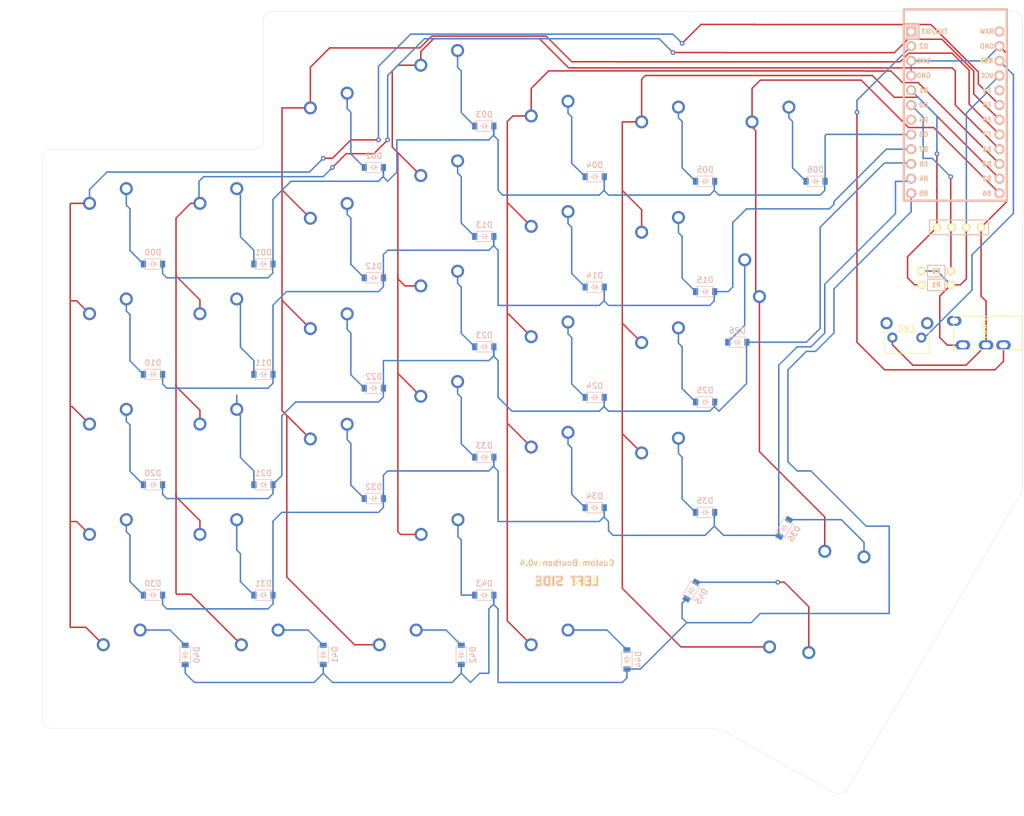
<source format=kicad_pcb>
(kicad_pcb (version 20171130) (host pcbnew 5.1.10)
  (layers (0 F.Cu signal) (31 B.Cu signal) (34 B.Paste user) (35 F.Paste user) (36 B.SilkS user) (37 F.SilkS user) (38 B.Mask user) (39 F.Mask user) (44 Edge.Cuts user))
  (net 0 "")
  (net 1 "Net-(D00-Pad2)")
  (net 2 row0)
  (net 3 "Net-(D01-Pad2)")
  (net 4 "Net-(D02-Pad2)")
  (net 5 "Net-(D03-Pad2)")
  (net 6 "Net-(D04-Pad2)")
  (net 7 "Net-(D05-Pad2)")
  (net 8 "Net-(D06-Pad2)")
  (net 9 "Net-(D10-Pad2)")
  (net 10 row1)
  (net 11 "Net-(D11-Pad2)")
  (net 12 "Net-(D12-Pad2)")
  (net 13 "Net-(D13-Pad2)")
  (net 14 "Net-(D14-Pad2)")
  (net 15 "Net-(D15-Pad2)")
  (net 16 "Net-(D20-Pad2)")
  (net 17 row2)
  (net 18 "Net-(D21-Pad2)")
  (net 19 "Net-(D22-Pad2)")
  (net 20 "Net-(D23-Pad2)")
  (net 21 "Net-(D24-Pad2)")
  (net 22 "Net-(D25-Pad2)")
  (net 23 "Net-(D26-Pad2)")
  (net 24 "Net-(D30-Pad2)")
  (net 25 row3)
  (net 26 "Net-(D31-Pad2)")
  (net 27 "Net-(D32-Pad2)")
  (net 28 "Net-(D33-Pad2)")
  (net 29 "Net-(D34-Pad2)")
  (net 30 "Net-(D35-Pad2)")
  (net 31 "Net-(D36-Pad2)")
  (net 32 "Net-(D40-Pad2)")
  (net 33 row4)
  (net 34 "Net-(D41-Pad2)")
  (net 35 "Net-(D42-Pad2)")
  (net 36 "Net-(D43-Pad2)")
  (net 37 "Net-(D44-Pad2)")
  (net 38 "Net-(D45-Pad2)")
  (net 39 col0)
  (net 40 col1)
  (net 41 col2)
  (net 42 col3)
  (net 43 col4)
  (net 44 col5)
  (net 45 col6)
  (net 46 VCC)
  (net 47 SDA)
  (net 48 SCL)
  (net 49 GND)
  (net 50 RESET)
  (net 51 "Net-(U1-Pad24)")
  (net 52 "Net-(U1-Pad20)")
  (net 53 "Net-(U1-Pad7)")
  (net 54 DATA)
  (net 55 "Net-(U1-Pad1)")
  (net 56 "Net-(TRRS1-PadA)")
  (module MX_Only:MXOnly-2U-NoLED (layer F.Cu) (at -36.068 118.618 330)
    (fp_text reference MX45)
    (fp_text value MX-NoLED)
    (pad 2 thru_hole circle (at 2.54 -5.08 330) (size 2.25 2.25) (drill 1.47) (layers *.Cu B.Mask) (net 38 "Net-(D45-Pad2)"))
    (pad "" np_thru_hole circle (at 0 0 330) (size 3.9878 3.9878) (drill 3.9878) (layers *.Cu *.Mask))
    (pad 1 thru_hole circle (at -3.81 -2.54 330) (size 2.25 2.25) (drill 1.47) (layers *.Cu B.Mask) (net 44 col5))
    (pad "" np_thru_hole circle (at -5.08 0 18.0996) (size 1.75 1.75) (drill 1.75) (layers *.Cu *.Mask))
    (pad "" np_thru_hole circle (at 5.08 0 18.0996) (size 1.75 1.75) (drill 1.75) (layers *.Cu *.Mask))
    (pad "" np_thru_hole circle (at -11.90625 -6.985 330) (size 3.048 3.048) (drill 3.048) (layers *.Cu *.Mask))
    (pad "" np_thru_hole circle (at 11.90625 -6.985 330) (size 3.048 3.048) (drill 3.048) (layers *.Cu *.Mask))
    (pad "" np_thru_hole circle (at -11.90625 8.255 330) (size 3.9878 3.9878) (drill 3.9878) (layers *.Cu *.Mask))
    (pad "" np_thru_hole circle (at 11.90625 8.255 330) (size 3.9878 3.9878) (drill 3.9878) (layers *.Cu *.Mask))
  )
  (module Keebio-Parts:ArduinoProMicro (layer F.Cu) (at -6.05125 22.245 270)
    (fp_text reference U1 hide)
    (fp_text value ProMicro hide)
    (fp_text user D2 (at -11.43 5.461) (layer B.SilkS) (effects (font (size 0.8 0.8)) (justify mirror)))
    (fp_text user D0 (at -1.27 5.461) (layer B.SilkS) (effects (font (size 0.8 0.8)) (justify mirror)))
    (fp_text user D1 (at -3.81 5.461) (layer B.SilkS) (effects (font (size 0.8 0.8)) (justify mirror)))
    (fp_text user GND (at -6.35 5.461) (layer B.SilkS) (effects (font (size 0.8 0.8)) (justify mirror)))
    (fp_text user GND (at -8.89 5.461) (layer B.SilkS) (effects (font (size 0.8 0.8)) (justify mirror)))
    (fp_text user D4 (at 1.27 5.461) (layer B.SilkS) (effects (font (size 0.8 0.8)) (justify mirror)))
    (fp_text user C6 (at 3.81 5.461) (layer B.SilkS) (effects (font (size 0.8 0.8)) (justify mirror)))
    (fp_text user D7 (at 6.35 5.461) (layer B.SilkS) (effects (font (size 0.8 0.8)) (justify mirror)))
    (fp_text user E6 (at 8.89 5.461) (layer B.SilkS) (effects (font (size 0.8 0.8)) (justify mirror)))
    (fp_text user B4 (at 11.43 5.461) (layer B.SilkS) (effects (font (size 0.8 0.8)) (justify mirror)))
    (fp_text user B5 (at 13.97 5.461) (layer B.SilkS) (effects (font (size 0.8 0.8)) (justify mirror)))
    (fp_text user B6 (at 13.97 -5.461) (layer B.SilkS) (effects (font (size 0.8 0.8)) (justify mirror)))
    (fp_text user B2 (at 11.43 -5.461) (layer F.SilkS) (effects (font (size 0.8 0.8))))
    (fp_text user B3 (at 8.89 -5.461) (layer B.SilkS) (effects (font (size 0.8 0.8)) (justify mirror)))
    (fp_text user B1 (at 6.35 -5.461) (layer B.SilkS) (effects (font (size 0.8 0.8)) (justify mirror)))
    (fp_text user F7 (at 3.81 -5.461) (layer F.SilkS) (effects (font (size 0.8 0.8))))
    (fp_text user F6 (at 1.27 -5.461) (layer F.SilkS) (effects (font (size 0.8 0.8))))
    (fp_text user F5 (at -1.27 -5.461) (layer F.SilkS) (effects (font (size 0.8 0.8))))
    (fp_text user F4 (at -3.81 -5.461) (layer B.SilkS) (effects (font (size 0.8 0.8)) (justify mirror)))
    (fp_text user VCC (at -6.35 -5.461) (layer B.SilkS) (effects (font (size 0.8 0.8)) (justify mirror)))
    (fp_text user GND (at -11.43 -5.461) (layer B.SilkS) (effects (font (size 0.8 0.8)) (justify mirror)))
    (fp_text user RAW (at -13.97 -5.461) (layer B.SilkS) (effects (font (size 0.8 0.8)) (justify mirror)))
    (fp_text user RAW (at -13.97 -5.461) (layer F.SilkS) (effects (font (size 0.8 0.8))))
    (fp_text user GND (at -11.43 -5.461) (layer F.SilkS) (effects (font (size 0.8 0.8))))
    (fp_text user ST (at -8.92 -5.73312) (layer F.SilkS) (effects (font (size 0.8 0.8))))
    (fp_text user VCC (at -6.35 -5.461) (layer F.SilkS) (effects (font (size 0.8 0.8))))
    (fp_text user F4 (at -3.81 -5.461) (layer F.SilkS) (effects (font (size 0.8 0.8))))
    (fp_text user F5 (at -1.27 -5.461) (layer B.SilkS) (effects (font (size 0.8 0.8)) (justify mirror)))
    (fp_text user F6 (at 1.27 -5.461) (layer B.SilkS) (effects (font (size 0.8 0.8)) (justify mirror)))
    (fp_text user F7 (at 3.81 -5.461) (layer B.SilkS) (effects (font (size 0.8 0.8)) (justify mirror)))
    (fp_text user B1 (at 6.35 -5.461) (layer F.SilkS) (effects (font (size 0.8 0.8))))
    (fp_text user B3 (at 8.89 -5.461) (layer F.SilkS) (effects (font (size 0.8 0.8))))
    (fp_text user B2 (at 11.43 -5.461) (layer B.SilkS) (effects (font (size 0.8 0.8)) (justify mirror)))
    (fp_text user B6 (at 13.97 -5.461) (layer F.SilkS) (effects (font (size 0.8 0.8))))
    (fp_text user B5 (at 13.97 5.461) (layer F.SilkS) (effects (font (size 0.8 0.8))))
    (fp_text user B4 (at 11.43 5.461) (layer F.SilkS) (effects (font (size 0.8 0.8))))
    (fp_text user E6 (at 8.89 5.461) (layer F.SilkS) (effects (font (size 0.8 0.8))))
    (fp_text user D7 (at 6.35 5.461) (layer F.SilkS) (effects (font (size 0.8 0.8))))
    (fp_text user C6 (at 3.81 5.461) (layer F.SilkS) (effects (font (size 0.8 0.8))))
    (fp_text user D4 (at 1.27 5.461) (layer F.SilkS) (effects (font (size 0.8 0.8))))
    (fp_text user GND (at -8.89 5.461) (layer F.SilkS) (effects (font (size 0.8 0.8))))
    (fp_text user GND (at -6.35 5.461) (layer F.SilkS) (effects (font (size 0.8 0.8))))
    (fp_text user D1 (at -3.81 5.461) (layer F.SilkS) (effects (font (size 0.8 0.8))))
    (fp_text user D0 (at -1.27 5.461) (layer F.SilkS) (effects (font (size 0.8 0.8))))
    (fp_text user D2 (at -11.43 5.461) (layer F.SilkS) (effects (font (size 0.8 0.8))))
    (fp_text user TX0/D3 (at -13.97 3.571872) (layer B.SilkS) (effects (font (size 0.8 0.8)) (justify mirror)))
    (fp_text user TX0/D3 (at -13.97 3.571872) (layer F.SilkS) (effects (font (size 0.8 0.8))))
    (fp_text user ST (at -8.91 -5.04) (layer B.SilkS) (effects (font (size 0.8 0.8)) (justify mirror)))
    (pad 1 thru_hole rect (at -13.97 7.62 270) (size 1.7526 1.7526) (drill 1.0922) (layers *.Cu *.SilkS *.Mask) (net 55 "Net-(U1-Pad1)"))
    (pad 2 thru_hole circle (at -11.43 7.62 270) (size 1.7526 1.7526) (drill 1.0922) (layers *.Cu *.SilkS *.Mask) (net 54 DATA))
    (pad 3 thru_hole circle (at -8.89 7.62 270) (size 1.7526 1.7526) (drill 1.0922) (layers *.Cu *.SilkS *.Mask) (net 49 GND))
    (pad 4 thru_hole circle (at -6.35 7.62 270) (size 1.7526 1.7526) (drill 1.0922) (layers *.Cu *.SilkS *.Mask) (net 49 GND))
    (pad 5 thru_hole circle (at -3.81 7.62 270) (size 1.7526 1.7526) (drill 1.0922) (layers *.Cu *.SilkS *.Mask) (net 47 SDA))
    (pad 6 thru_hole circle (at -1.27 7.62 270) (size 1.7526 1.7526) (drill 1.0922) (layers *.Cu *.SilkS *.Mask) (net 48 SCL))
    (pad 7 thru_hole circle (at 1.27 7.62 270) (size 1.7526 1.7526) (drill 1.0922) (layers *.Cu *.SilkS *.Mask) (net 53 "Net-(U1-Pad7)"))
    (pad 8 thru_hole circle (at 3.81 7.62 270) (size 1.7526 1.7526) (drill 1.0922) (layers *.Cu *.SilkS *.Mask) (net 2 row0))
    (pad 9 thru_hole circle (at 6.35 7.62 270) (size 1.7526 1.7526) (drill 1.0922) (layers *.Cu *.SilkS *.Mask) (net 10 row1))
    (pad 10 thru_hole circle (at 8.89 7.62 270) (size 1.7526 1.7526) (drill 1.0922) (layers *.Cu *.SilkS *.Mask) (net 17 row2))
    (pad 11 thru_hole circle (at 11.43 7.62 270) (size 1.7526 1.7526) (drill 1.0922) (layers *.Cu *.SilkS *.Mask) (net 25 row3))
    (pad 13 thru_hole circle (at 13.97 -7.62 270) (size 1.7526 1.7526) (drill 1.0922) (layers *.Cu *.SilkS *.Mask) (net 45 col6))
    (pad 14 thru_hole circle (at 11.43 -7.62 270) (size 1.7526 1.7526) (drill 1.0922) (layers *.Cu *.SilkS *.Mask) (net 44 col5))
    (pad 15 thru_hole circle (at 8.89 -7.62 270) (size 1.7526 1.7526) (drill 1.0922) (layers *.Cu *.SilkS *.Mask) (net 43 col4))
    (pad 16 thru_hole circle (at 6.35 -7.62 270) (size 1.7526 1.7526) (drill 1.0922) (layers *.Cu *.SilkS *.Mask) (net 42 col3))
    (pad 17 thru_hole circle (at 3.81 -7.62 270) (size 1.7526 1.7526) (drill 1.0922) (layers *.Cu *.SilkS *.Mask) (net 41 col2))
    (pad 18 thru_hole circle (at 1.27 -7.62 270) (size 1.7526 1.7526) (drill 1.0922) (layers *.Cu *.SilkS *.Mask) (net 40 col1))
    (pad 19 thru_hole circle (at -1.27 -7.62 270) (size 1.7526 1.7526) (drill 1.0922) (layers *.Cu *.SilkS *.Mask) (net 39 col0))
    (pad 20 thru_hole circle (at -3.81 -7.62 270) (size 1.7526 1.7526) (drill 1.0922) (layers *.Cu *.SilkS *.Mask) (net 52 "Net-(U1-Pad20)"))
    (pad 21 thru_hole circle (at -6.35 -7.62 270) (size 1.7526 1.7526) (drill 1.0922) (layers *.Cu *.SilkS *.Mask) (net 46 VCC))
    (pad 22 thru_hole circle (at -8.89 -7.62 270) (size 1.7526 1.7526) (drill 1.0922) (layers *.Cu *.SilkS *.Mask) (net 50 RESET))
    (pad 23 thru_hole circle (at -11.43 -7.62 270) (size 1.7526 1.7526) (drill 1.0922) (layers *.Cu *.SilkS *.Mask) (net 49 GND))
    (pad 12 thru_hole circle (at 13.97 7.62 270) (size 1.7526 1.7526) (drill 1.0922) (layers *.Cu *.SilkS *.Mask) (net 33 row4))
    (pad 24 thru_hole circle (at -13.97 -7.62 270) (size 1.7526 1.7526) (drill 1.0922) (layers *.Cu *.SilkS *.Mask) (net 51 "Net-(U1-Pad24)"))
  )
  (module kbd:MJ-4PP-9_1side (layer F.Cu) (at 5.55625 60.325 270)
    (fp_text reference TRRS1)
    (fp_text value MJ-4PP-9 hide)
    (fp_text user TRRS (at -0.75 6.45 90) (layer F.SilkS))
    (pad A thru_hole oval (at -2.1 11.8 270) (size 1.7 2.5) (drill oval 1 1.5) (layers *.Cu B.Mask) (net 56 "Net-(TRRS1-PadA)") (clearance 0.15))
    (pad D thru_hole oval (at 2.1 10.3 270) (size 1.7 2.5) (drill oval 1 1.5) (layers *.Cu B.Mask) (net 46 VCC) (clearance 0.15))
    (pad C thru_hole oval (at 2.1 6.3 270) (size 1.7 2.5) (drill oval 1 1.5) (layers *.Cu B.Mask) (net 49 GND))
    (pad B thru_hole oval (at 2.1 3.3 270) (size 1.7 2.5) (drill oval 1 1.5) (layers *.Cu B.Mask) (net 54 DATA))
    (pad "" np_thru_hole circle (at 0 8.5 270) (size 1.2 1.2) (drill 1.2) (layers *.Cu *.Mask))
    (pad "" np_thru_hole circle (at 0 1.5 270) (size 1.2 1.2) (drill 1.2) (layers *.Cu *.Mask))
  )
  (module Lily58-footprint:HOLE_M2 (layer F.Cu) (at -19.75 50.75)
    (fp_text reference H2 hide)
    (fp_text value Hole hide)
    (pad "" np_thru_hole circle (at 0 0) (size 2.2 2.2) (drill 2.2) (layers *.Cu *.Mask F.SilkS) (clearance 0.8))
  )
  (module Lily58-footprint:HOLE_M2 (layer F.Cu) (at 2.38125 50.8)
    (fp_text reference H1 hide)
    (fp_text value Hole hide)
    (pad "" np_thru_hole circle (at 0 0) (size 2.2 2.2) (drill 2.2) (layers *.Cu *.Mask F.SilkS) (clearance 0.8))
  )
  (module Keebio-Parts:SW_Tactile_SPST_Angled_MJTP1117 (layer F.Cu) (at -11.90625 61.11875 180)
    (fp_text reference SW1 (at 2.5 1.68) (layer F.SilkS))
    (fp_text value SW_Push)
    (pad "" np_thru_hole circle (at 2.5 -1.21 180) (size 1.2 1.2) (drill 1.2) (layers *.Cu *.Mask))
    (pad "" thru_hole circle (at -1 2.49 180) (size 2.1 2.1) (drill 1.3) (layers *.Cu *.Mask))
    (pad 1 thru_hole circle (at 0 0 180) (size 1.75 1.75) (drill 0.99) (layers *.Cu *.Mask) (net 50 RESET))
    (pad 2 thru_hole circle (at 5 0 180) (size 1.75 1.75) (drill 0.99) (layers *.Cu *.Mask) (net 49 GND))
    (pad "" thru_hole circle (at 6.01 2.49 180) (size 2.1 2.1) (drill 1.3) (layers *.Cu *.Mask))
  )
  (module kbd:D_SOD-123 (layer B.Cu) (at -51.59375 104.775 60)
    (fp_text reference D45 (at 0 2 60) (layer B.SilkS) (effects (justify mirror)))
    (fp_text value D_Small)
    (pad 2 smd rect (at 1.65 0 60) (size 0.9 1.2) (layers B.Cu B.Paste B.Mask) (net 38 "Net-(D45-Pad2)"))
    (pad 1 smd rect (at -1.65 0 60) (size 0.9 1.2) (layers B.Cu B.Paste B.Mask) (net 33 row4))
  )
  (module kbd:D_SOD-123 (layer B.Cu) (at -62.70625 116.68125 90)
    (fp_text reference D44 (at 0 2 90) (layer B.SilkS) (effects (justify mirror)))
    (fp_text value D_Small)
    (pad 2 smd rect (at 1.65 0 90) (size 0.9 1.2) (layers B.Cu B.Paste B.Mask) (net 37 "Net-(D44-Pad2)"))
    (pad 1 smd rect (at -1.65 0 90) (size 0.9 1.2) (layers B.Cu B.Paste B.Mask) (net 33 row4))
  )
  (module kbd:D_SOD-123 (layer B.Cu) (at -87.3125 105.56875 180)
    (fp_text reference D43 (at 0 2) (layer B.SilkS) (effects (justify mirror)))
    (fp_text value D_Small)
    (pad 2 smd rect (at 1.65 0 180) (size 0.9 1.2) (layers B.Cu B.Paste B.Mask) (net 36 "Net-(D43-Pad2)"))
    (pad 1 smd rect (at -1.65 0 180) (size 0.9 1.2) (layers B.Cu B.Paste B.Mask) (net 33 row4))
  )
  (module kbd:D_SOD-123 (layer B.Cu) (at -91.28125 115.8875 90)
    (fp_text reference D42 (at 0 2 90) (layer B.SilkS) (effects (justify mirror)))
    (fp_text value D_Small)
    (pad 2 smd rect (at 1.65 0 90) (size 0.9 1.2) (layers B.Cu B.Paste B.Mask) (net 35 "Net-(D42-Pad2)"))
    (pad 1 smd rect (at -1.65 0 90) (size 0.9 1.2) (layers B.Cu B.Paste B.Mask) (net 33 row4))
  )
  (module kbd:D_SOD-123 (layer B.Cu) (at -115.09375 115.8875 90)
    (fp_text reference D41 (at 0 2 90) (layer B.SilkS) (effects (justify mirror)))
    (fp_text value D_Small)
    (pad 2 smd rect (at 1.65 0 90) (size 0.9 1.2) (layers B.Cu B.Paste B.Mask) (net 34 "Net-(D41-Pad2)"))
    (pad 1 smd rect (at -1.65 0 90) (size 0.9 1.2) (layers B.Cu B.Paste B.Mask) (net 33 row4))
  )
  (module kbd:D_SOD-123 (layer B.Cu) (at -138.90625 115.8875 90)
    (fp_text reference D40 (at 0 2 90) (layer B.SilkS) (effects (justify mirror)))
    (fp_text value D_Small)
    (pad 2 smd rect (at 1.65 0 90) (size 0.9 1.2) (layers B.Cu B.Paste B.Mask) (net 32 "Net-(D40-Pad2)"))
    (pad 1 smd rect (at -1.65 0 90) (size 0.9 1.2) (layers B.Cu B.Paste B.Mask) (net 33 row4))
  )
  (module kbd:D_SOD-123 (layer B.Cu) (at -35.56 93.98 60)
    (fp_text reference D36 (at 0 2 60) (layer B.SilkS) (effects (justify mirror)))
    (fp_text value D_Small)
    (pad 2 smd rect (at 1.65 0 60) (size 0.9 1.2) (layers B.Cu B.Paste B.Mask) (net 31 "Net-(D36-Pad2)"))
    (pad 1 smd rect (at -1.65 0 60) (size 0.9 1.2) (layers B.Cu B.Paste B.Mask) (net 25 row3))
  )
  (module kbd:D_SOD-123 (layer B.Cu) (at -49.2125 91.28125 180)
    (fp_text reference D35 (at 0 2) (layer B.SilkS) (effects (justify mirror)))
    (fp_text value D_Small)
    (pad 2 smd rect (at 1.65 0 180) (size 0.9 1.2) (layers B.Cu B.Paste B.Mask) (net 30 "Net-(D35-Pad2)"))
    (pad 1 smd rect (at -1.65 0 180) (size 0.9 1.2) (layers B.Cu B.Paste B.Mask) (net 25 row3))
  )
  (module kbd:D_SOD-123 (layer B.Cu) (at -68.2625 90.4875 180)
    (fp_text reference D34 (at 0 2) (layer B.SilkS) (effects (justify mirror)))
    (fp_text value D_Small)
    (pad 2 smd rect (at 1.65 0 180) (size 0.9 1.2) (layers B.Cu B.Paste B.Mask) (net 29 "Net-(D34-Pad2)"))
    (pad 1 smd rect (at -1.65 0 180) (size 0.9 1.2) (layers B.Cu B.Paste B.Mask) (net 25 row3))
  )
  (module kbd:D_SOD-123 (layer B.Cu) (at -87.3125 81.75625 180)
    (fp_text reference D33 (at 0 2) (layer B.SilkS) (effects (justify mirror)))
    (fp_text value D_Small)
    (pad 2 smd rect (at 1.65 0 180) (size 0.9 1.2) (layers B.Cu B.Paste B.Mask) (net 28 "Net-(D33-Pad2)"))
    (pad 1 smd rect (at -1.65 0 180) (size 0.9 1.2) (layers B.Cu B.Paste B.Mask) (net 25 row3))
  )
  (module kbd:D_SOD-123 (layer B.Cu) (at -106.3625 88.9 180)
    (fp_text reference D32 (at 0 2) (layer B.SilkS) (effects (justify mirror)))
    (fp_text value D_Small)
    (pad 2 smd rect (at 1.65 0 180) (size 0.9 1.2) (layers B.Cu B.Paste B.Mask) (net 27 "Net-(D32-Pad2)"))
    (pad 1 smd rect (at -1.65 0 180) (size 0.9 1.2) (layers B.Cu B.Paste B.Mask) (net 25 row3))
  )
  (module kbd:D_SOD-123 (layer B.Cu) (at -125.4125 105.56875 180)
    (fp_text reference D31 (at 0 2) (layer B.SilkS) (effects (justify mirror)))
    (fp_text value D_Small)
    (pad 2 smd rect (at 1.65 0 180) (size 0.9 1.2) (layers B.Cu B.Paste B.Mask) (net 26 "Net-(D31-Pad2)"))
    (pad 1 smd rect (at -1.65 0 180) (size 0.9 1.2) (layers B.Cu B.Paste B.Mask) (net 25 row3))
  )
  (module kbd:D_SOD-123 (layer B.Cu) (at -144.4625 105.56875 180)
    (fp_text reference D30 (at 0 2) (layer B.SilkS) (effects (justify mirror)))
    (fp_text value D_Small)
    (pad 2 smd rect (at 1.65 0 180) (size 0.9 1.2) (layers B.Cu B.Paste B.Mask) (net 24 "Net-(D30-Pad2)"))
    (pad 1 smd rect (at -1.65 0 180) (size 0.9 1.2) (layers B.Cu B.Paste B.Mask) (net 25 row3))
  )
  (module kbd:D_SOD-123 (layer B.Cu) (at -43.65625 61.9125 180)
    (fp_text reference D26 (at 0 2) (layer B.SilkS) (effects (justify mirror)))
    (fp_text value D_Small)
    (pad 2 smd rect (at 1.65 0 180) (size 0.9 1.2) (layers B.Cu B.Paste B.Mask) (net 23 "Net-(D26-Pad2)"))
    (pad 1 smd rect (at -1.65 0 180) (size 0.9 1.2) (layers B.Cu B.Paste B.Mask) (net 17 row2))
  )
  (module kbd:D_SOD-123 (layer B.Cu) (at -49.2125 72.23125 180)
    (fp_text reference D25 (at 0 2) (layer B.SilkS) (effects (justify mirror)))
    (fp_text value D_Small)
    (pad 2 smd rect (at 1.65 0 180) (size 0.9 1.2) (layers B.Cu B.Paste B.Mask) (net 22 "Net-(D25-Pad2)"))
    (pad 1 smd rect (at -1.65 0 180) (size 0.9 1.2) (layers B.Cu B.Paste B.Mask) (net 17 row2))
  )
  (module kbd:D_SOD-123 (layer B.Cu) (at -68.2625 71.4375 180)
    (fp_text reference D24 (at 0 2) (layer B.SilkS) (effects (justify mirror)))
    (fp_text value D_Small)
    (pad 2 smd rect (at 1.65 0 180) (size 0.9 1.2) (layers B.Cu B.Paste B.Mask) (net 21 "Net-(D24-Pad2)"))
    (pad 1 smd rect (at -1.65 0 180) (size 0.9 1.2) (layers B.Cu B.Paste B.Mask) (net 17 row2))
  )
  (module kbd:D_SOD-123 (layer B.Cu) (at -87.3125 62.70625 180)
    (fp_text reference D23 (at 0 2) (layer B.SilkS) (effects (justify mirror)))
    (fp_text value D_Small)
    (pad 2 smd rect (at 1.65 0 180) (size 0.9 1.2) (layers B.Cu B.Paste B.Mask) (net 20 "Net-(D23-Pad2)"))
    (pad 1 smd rect (at -1.65 0 180) (size 0.9 1.2) (layers B.Cu B.Paste B.Mask) (net 17 row2))
  )
  (module kbd:D_SOD-123 (layer B.Cu) (at -106.3625 69.85 180)
    (fp_text reference D22 (at 0 2) (layer B.SilkS) (effects (justify mirror)))
    (fp_text value D_Small)
    (pad 2 smd rect (at 1.65 0 180) (size 0.9 1.2) (layers B.Cu B.Paste B.Mask) (net 19 "Net-(D22-Pad2)"))
    (pad 1 smd rect (at -1.65 0 180) (size 0.9 1.2) (layers B.Cu B.Paste B.Mask) (net 17 row2))
  )
  (module kbd:D_SOD-123 (layer B.Cu) (at -125.4125 86.51875 180)
    (fp_text reference D21 (at 0 2) (layer B.SilkS) (effects (justify mirror)))
    (fp_text value D_Small)
    (pad 2 smd rect (at 1.65 0 180) (size 0.9 1.2) (layers B.Cu B.Paste B.Mask) (net 18 "Net-(D21-Pad2)"))
    (pad 1 smd rect (at -1.65 0 180) (size 0.9 1.2) (layers B.Cu B.Paste B.Mask) (net 17 row2))
  )
  (module kbd:D_SOD-123 (layer B.Cu) (at -144.4625 86.51875 180)
    (fp_text reference D20 (at 0 2) (layer B.SilkS) (effects (justify mirror)))
    (fp_text value D_Small)
    (pad 2 smd rect (at 1.65 0 180) (size 0.9 1.2) (layers B.Cu B.Paste B.Mask) (net 16 "Net-(D20-Pad2)"))
    (pad 1 smd rect (at -1.65 0 180) (size 0.9 1.2) (layers B.Cu B.Paste B.Mask) (net 17 row2))
  )
  (module kbd:D_SOD-123 (layer B.Cu) (at -49.2125 53.18125 180)
    (fp_text reference D15 (at 0 2) (layer B.SilkS) (effects (justify mirror)))
    (fp_text value D_Small)
    (pad 2 smd rect (at 1.65 0 180) (size 0.9 1.2) (layers B.Cu B.Paste B.Mask) (net 15 "Net-(D15-Pad2)"))
    (pad 1 smd rect (at -1.65 0 180) (size 0.9 1.2) (layers B.Cu B.Paste B.Mask) (net 10 row1))
  )
  (module kbd:D_SOD-123 (layer B.Cu) (at -68.2625 52.3875 180)
    (fp_text reference D14 (at 0 2) (layer B.SilkS) (effects (justify mirror)))
    (fp_text value D_Small)
    (pad 2 smd rect (at 1.65 0 180) (size 0.9 1.2) (layers B.Cu B.Paste B.Mask) (net 14 "Net-(D14-Pad2)"))
    (pad 1 smd rect (at -1.65 0 180) (size 0.9 1.2) (layers B.Cu B.Paste B.Mask) (net 10 row1))
  )
  (module kbd:D_SOD-123 (layer B.Cu) (at -87.3125 43.65625 180)
    (fp_text reference D13 (at 0 2) (layer B.SilkS) (effects (justify mirror)))
    (fp_text value D_Small)
    (pad 2 smd rect (at 1.65 0 180) (size 0.9 1.2) (layers B.Cu B.Paste B.Mask) (net 13 "Net-(D13-Pad2)"))
    (pad 1 smd rect (at -1.65 0 180) (size 0.9 1.2) (layers B.Cu B.Paste B.Mask) (net 10 row1))
  )
  (module kbd:D_SOD-123 (layer B.Cu) (at -106.3625 50.8 180)
    (fp_text reference D12 (at 0 2) (layer B.SilkS) (effects (justify mirror)))
    (fp_text value D_Small)
    (pad 2 smd rect (at 1.65 0 180) (size 0.9 1.2) (layers B.Cu B.Paste B.Mask) (net 12 "Net-(D12-Pad2)"))
    (pad 1 smd rect (at -1.65 0 180) (size 0.9 1.2) (layers B.Cu B.Paste B.Mask) (net 10 row1))
  )
  (module kbd:D_SOD-123 (layer B.Cu) (at -125.4125 67.46875 180)
    (fp_text reference D11 (at 0 2) (layer B.SilkS) (effects (justify mirror)))
    (fp_text value D_Small)
    (pad 2 smd rect (at 1.65 0 180) (size 0.9 1.2) (layers B.Cu B.Paste B.Mask) (net 11 "Net-(D11-Pad2)"))
    (pad 1 smd rect (at -1.65 0 180) (size 0.9 1.2) (layers B.Cu B.Paste B.Mask) (net 10 row1))
  )
  (module kbd:D_SOD-123 (layer B.Cu) (at -144.4625 67.46875 180)
    (fp_text reference D10 (at 0 2) (layer B.SilkS) (effects (justify mirror)))
    (fp_text value D_Small)
    (pad 2 smd rect (at 1.65 0 180) (size 0.9 1.2) (layers B.Cu B.Paste B.Mask) (net 9 "Net-(D10-Pad2)"))
    (pad 1 smd rect (at -1.65 0 180) (size 0.9 1.2) (layers B.Cu B.Paste B.Mask) (net 10 row1))
  )
  (module kbd:D_SOD-123 (layer B.Cu) (at -30.1625 34.13125 180)
    (fp_text reference D06 (at 0 2) (layer B.SilkS) (effects (justify mirror)))
    (fp_text value D_Small)
    (pad 2 smd rect (at 1.65 0 180) (size 0.9 1.2) (layers B.Cu B.Paste B.Mask) (net 8 "Net-(D06-Pad2)"))
    (pad 1 smd rect (at -1.65 0 180) (size 0.9 1.2) (layers B.Cu B.Paste B.Mask) (net 2 row0))
  )
  (module kbd:D_SOD-123 (layer B.Cu) (at -49.2125 34.13125 180)
    (fp_text reference D05 (at 0 2) (layer B.SilkS) (effects (justify mirror)))
    (fp_text value D_Small)
    (pad 2 smd rect (at 1.65 0 180) (size 0.9 1.2) (layers B.Cu B.Paste B.Mask) (net 7 "Net-(D05-Pad2)"))
    (pad 1 smd rect (at -1.65 0 180) (size 0.9 1.2) (layers B.Cu B.Paste B.Mask) (net 2 row0))
  )
  (module kbd:D_SOD-123 (layer B.Cu) (at -68.2625 33.3375 180)
    (fp_text reference D04 (at 0 2) (layer B.SilkS) (effects (justify mirror)))
    (fp_text value D_Small)
    (pad 2 smd rect (at 1.65 0 180) (size 0.9 1.2) (layers B.Cu B.Paste B.Mask) (net 6 "Net-(D04-Pad2)"))
    (pad 1 smd rect (at -1.65 0 180) (size 0.9 1.2) (layers B.Cu B.Paste B.Mask) (net 2 row0))
  )
  (module kbd:D_SOD-123 (layer B.Cu) (at -87.3125 24.60625 180)
    (fp_text reference D03 (at 0 2) (layer B.SilkS) (effects (justify mirror)))
    (fp_text value D_Small)
    (pad 2 smd rect (at 1.65 0 180) (size 0.9 1.2) (layers B.Cu B.Paste B.Mask) (net 5 "Net-(D03-Pad2)"))
    (pad 1 smd rect (at -1.65 0 180) (size 0.9 1.2) (layers B.Cu B.Paste B.Mask) (net 2 row0))
  )
  (module kbd:D_SOD-123 (layer B.Cu) (at -106.3625 31.75 180)
    (fp_text reference D02 (at 0 2) (layer B.SilkS) (effects (justify mirror)))
    (fp_text value D_Small)
    (pad 2 smd rect (at 1.65 0 180) (size 0.9 1.2) (layers B.Cu B.Paste B.Mask) (net 4 "Net-(D02-Pad2)"))
    (pad 1 smd rect (at -1.65 0 180) (size 0.9 1.2) (layers B.Cu B.Paste B.Mask) (net 2 row0))
  )
  (module kbd:D_SOD-123 (layer B.Cu) (at -125.4125 48.41875 180)
    (fp_text reference D01 (at 0 2) (layer B.SilkS) (effects (justify mirror)))
    (fp_text value D_Small)
    (pad 2 smd rect (at 1.65 0 180) (size 0.9 1.2) (layers B.Cu B.Paste B.Mask) (net 3 "Net-(D01-Pad2)"))
    (pad 1 smd rect (at -1.65 0 180) (size 0.9 1.2) (layers B.Cu B.Paste B.Mask) (net 2 row0))
  )
  (module kbd:D_SOD-123 (layer B.Cu) (at -144.4625 48.41875 180)
    (fp_text reference D00 (at 0 2) (layer B.SilkS) (effects (justify mirror)))
    (fp_text value D_Small)
    (pad 2 smd rect (at 1.65 0 180) (size 0.9 1.2) (layers B.Cu B.Paste B.Mask) (net 1 "Net-(D00-Pad2)"))
    (pad 1 smd rect (at -1.65 0 180) (size 0.9 1.2) (layers B.Cu B.Paste B.Mask) (net 2 row0))
  )
  (module MX_Only:MXOnly-1.25U-NoLED (layer F.Cu) (at -125.4125 116.68125)
    (fp_text reference MX41)
    (fp_text value MX-NoLED)
    (pad 2 thru_hole circle (at 2.54 -5.08) (size 2.25 2.25) (drill 1.47) (layers *.Cu B.Mask) (net 34 "Net-(D41-Pad2)"))
    (pad "" np_thru_hole circle (at 0 0) (size 3.9878 3.9878) (drill 3.9878) (layers *.Cu *.Mask))
    (pad 1 thru_hole circle (at -3.81 -2.54) (size 2.25 2.25) (drill 1.47) (layers *.Cu B.Mask) (net 40 col1))
    (pad "" np_thru_hole circle (at -5.08 0 48.0996) (size 1.75 1.75) (drill 1.75) (layers *.Cu *.Mask))
    (pad "" np_thru_hole circle (at 5.08 0 48.0996) (size 1.75 1.75) (drill 1.75) (layers *.Cu *.Mask))
  )
  (module MX_Only:MXOnly-1U-NoLED (layer F.Cu) (at -113.50625 24.003)
    (fp_text reference MX02)
    (fp_text value MX-NoLED)
    (pad 2 thru_hole circle (at 2.54 -5.08) (size 2.25 2.25) (drill 1.47) (layers *.Cu B.Mask) (net 4 "Net-(D02-Pad2)"))
    (pad "" np_thru_hole circle (at 0 0) (size 3.9878 3.9878) (drill 3.9878) (layers *.Cu *.Mask))
    (pad 1 thru_hole circle (at -3.81 -2.54) (size 2.25 2.25) (drill 1.47) (layers *.Cu B.Mask) (net 41 col2))
    (pad "" np_thru_hole circle (at -5.08 0 48.0996) (size 1.75 1.75) (drill 1.75) (layers *.Cu *.Mask))
    (pad "" np_thru_hole circle (at 5.08 0 48.0996) (size 1.75 1.75) (drill 1.75) (layers *.Cu *.Mask))
  )
  (module MX_Only:MXOnly-1.5U-NoLED (layer F.Cu) (at -37.30625 50.2285 90)
    (fp_text reference MX26)
    (fp_text value MX-NoLED)
    (pad 2 thru_hole circle (at 2.54 -5.08 90) (size 2.25 2.25) (drill 1.47) (layers *.Cu B.Mask) (net 23 "Net-(D26-Pad2)"))
    (pad "" np_thru_hole circle (at 0 0 90) (size 3.9878 3.9878) (drill 3.9878) (layers *.Cu *.Mask))
    (pad 1 thru_hole circle (at -3.81 -2.54 90) (size 2.25 2.25) (drill 1.47) (layers *.Cu B.Mask) (net 45 col6))
    (pad "" np_thru_hole circle (at -5.08 0 138.0996) (size 1.75 1.75) (drill 1.75) (layers *.Cu *.Mask))
    (pad "" np_thru_hole circle (at 5.08 0 138.0996) (size 1.75 1.75) (drill 1.75) (layers *.Cu *.Mask))
  )
  (module MX_Only:MXOnly-1U-NoLED (layer F.Cu) (at -56.35625 45.466)
    (fp_text reference MX15)
    (fp_text value MX-NoLED)
    (pad 2 thru_hole circle (at 2.54 -5.08) (size 2.25 2.25) (drill 1.47) (layers *.Cu B.Mask) (net 15 "Net-(D15-Pad2)"))
    (pad "" np_thru_hole circle (at 0 0) (size 3.9878 3.9878) (drill 3.9878) (layers *.Cu *.Mask))
    (pad 1 thru_hole circle (at -3.81 -2.54) (size 2.25 2.25) (drill 1.47) (layers *.Cu B.Mask) (net 44 col5))
    (pad "" np_thru_hole circle (at -5.08 0 48.0996) (size 1.75 1.75) (drill 1.75) (layers *.Cu *.Mask))
    (pad "" np_thru_hole circle (at 5.08 0 48.0996) (size 1.75 1.75) (drill 1.75) (layers *.Cu *.Mask))
  )
  (module MX_Only:MXOnly-1U-NoLED (layer F.Cu) (at -113.50625 43.053)
    (fp_text reference MX12)
    (fp_text value MX-NoLED)
    (pad 2 thru_hole circle (at 2.54 -5.08) (size 2.25 2.25) (drill 1.47) (layers *.Cu B.Mask) (net 12 "Net-(D12-Pad2)"))
    (pad "" np_thru_hole circle (at 0 0) (size 3.9878 3.9878) (drill 3.9878) (layers *.Cu *.Mask))
    (pad 1 thru_hole circle (at -3.81 -2.54) (size 2.25 2.25) (drill 1.47) (layers *.Cu B.Mask) (net 41 col2))
    (pad "" np_thru_hole circle (at -5.08 0 48.0996) (size 1.75 1.75) (drill 1.75) (layers *.Cu *.Mask))
    (pad "" np_thru_hole circle (at 5.08 0 48.0996) (size 1.75 1.75) (drill 1.75) (layers *.Cu *.Mask))
  )
  (module MX_Only:MXOnly-1U-NoLED (layer F.Cu) (at -56.35625 26.416)
    (fp_text reference MX05)
    (fp_text value MX-NoLED)
    (pad 2 thru_hole circle (at 2.54 -5.08) (size 2.25 2.25) (drill 1.47) (layers *.Cu B.Mask) (net 7 "Net-(D05-Pad2)"))
    (pad "" np_thru_hole circle (at 0 0) (size 3.9878 3.9878) (drill 3.9878) (layers *.Cu *.Mask))
    (pad 1 thru_hole circle (at -3.81 -2.54) (size 2.25 2.25) (drill 1.47) (layers *.Cu B.Mask) (net 44 col5))
    (pad "" np_thru_hole circle (at -5.08 0 48.0996) (size 1.75 1.75) (drill 1.75) (layers *.Cu *.Mask))
    (pad "" np_thru_hole circle (at 5.08 0 48.0996) (size 1.75 1.75) (drill 1.75) (layers *.Cu *.Mask))
  )
  (module Lily58-footprint:RESISTOR_mini (layer F.Cu) (at -9.35125 52.01125)
    (fp_text reference R2 (at 0 0) (layer F.SilkS) (effects (font (size 0.8 0.8))))
    (fp_text value 4.7k hide)
    (fp_text user R1 (at 0 0) (layer B.SilkS) (effects (font (size 0.8 0.8)) (justify mirror)))
    (pad 2 thru_hole circle (at 2.54 0) (size 1.397 1.397) (drill 0.8128) (layers *.Cu *.Mask F.SilkS) (net 46 VCC))
    (pad 1 thru_hole circle (at -2.54 0) (size 1.397 1.397) (drill 0.8128) (layers *.Cu *.Mask F.SilkS) (net 47 SDA))
  )
  (module Lily58-footprint:RESISTOR_mini (layer F.Cu) (at -9.35125 49.63 180)
    (fp_text reference R1 (at 0 0) (layer F.SilkS) (effects (font (size 0.8 0.8))))
    (fp_text value 4.7k hide)
    (fp_text user R1 (at 0 0) (layer B.SilkS) (effects (font (size 0.8 0.8)) (justify mirror)))
    (pad 2 thru_hole circle (at 2.54 0 180) (size 1.397 1.397) (drill 0.8128) (layers *.Cu *.Mask F.SilkS) (net 46 VCC))
    (pad 1 thru_hole circle (at -2.54 0 180) (size 1.397 1.397) (drill 0.8128) (layers *.Cu *.Mask F.SilkS) (net 48 SCL))
  )
  (module Lily58-footprint:OLED_4Pin (layer F.Cu) (at -9.22625 42.08875)
    (fp_text reference OL1 hide)
    (fp_text value OLED hide)
    (pad 4 thru_hole circle (at 7.62 0) (size 1.397 1.397) (drill 0.8128) (layers *.Cu *.Mask F.SilkS) (net 49 GND))
    (pad 3 thru_hole circle (at 5.08 0) (size 1.397 1.397) (drill 0.8128) (layers *.Cu *.Mask F.SilkS) (net 46 VCC))
    (pad 2 thru_hole circle (at 2.54 0) (size 1.397 1.397) (drill 0.8128) (layers *.Cu *.Mask F.SilkS) (net 48 SCL))
    (pad 1 thru_hole circle (at 0 0) (size 1.397 1.397) (drill 0.8128) (layers *.Cu *.Mask F.SilkS) (net 47 SDA))
  )
  (module MX_Only:MXOnly-1.5U-NoLED (layer F.Cu) (at -75.40625 116.68125)
    (fp_text reference MX44)
    (fp_text value MX-NoLED)
    (pad 2 thru_hole circle (at 2.54 -5.08) (size 2.25 2.25) (drill 1.47) (layers *.Cu B.Mask) (net 37 "Net-(D44-Pad2)"))
    (pad "" np_thru_hole circle (at 0 0) (size 3.9878 3.9878) (drill 3.9878) (layers *.Cu *.Mask))
    (pad 1 thru_hole circle (at -3.81 -2.54) (size 2.25 2.25) (drill 1.47) (layers *.Cu B.Mask) (net 43 col4))
    (pad "" np_thru_hole circle (at -5.08 0 48.0996) (size 1.75 1.75) (drill 1.75) (layers *.Cu *.Mask))
    (pad "" np_thru_hole circle (at 5.08 0 48.0996) (size 1.75 1.75) (drill 1.75) (layers *.Cu *.Mask))
  )
  (module MX_Only:MXOnly-1U-NoLED (layer F.Cu) (at -94.39275 97.63125)
    (fp_text reference MX43)
    (fp_text value MX-NoLED)
    (pad 2 thru_hole circle (at 2.54 -5.08) (size 2.25 2.25) (drill 1.47) (layers *.Cu B.Mask) (net 36 "Net-(D43-Pad2)"))
    (pad "" np_thru_hole circle (at 0 0) (size 3.9878 3.9878) (drill 3.9878) (layers *.Cu *.Mask))
    (pad 1 thru_hole circle (at -3.81 -2.54) (size 2.25 2.25) (drill 1.47) (layers *.Cu B.Mask) (net 42 col3))
    (pad "" np_thru_hole circle (at -5.08 0 48.0996) (size 1.75 1.75) (drill 1.75) (layers *.Cu *.Mask))
    (pad "" np_thru_hole circle (at 5.08 0 48.0996) (size 1.75 1.75) (drill 1.75) (layers *.Cu *.Mask))
  )
  (module MX_Only:MXOnly-1.25U-NoLED (layer F.Cu) (at -101.6 116.68125)
    (fp_text reference MX42)
    (fp_text value MX-NoLED)
    (pad 2 thru_hole circle (at 2.54 -5.08) (size 2.25 2.25) (drill 1.47) (layers *.Cu B.Mask) (net 35 "Net-(D42-Pad2)"))
    (pad "" np_thru_hole circle (at 0 0) (size 3.9878 3.9878) (drill 3.9878) (layers *.Cu *.Mask))
    (pad 1 thru_hole circle (at -3.81 -2.54) (size 2.25 2.25) (drill 1.47) (layers *.Cu B.Mask) (net 41 col2))
    (pad "" np_thru_hole circle (at -5.08 0 48.0996) (size 1.75 1.75) (drill 1.75) (layers *.Cu *.Mask))
    (pad "" np_thru_hole circle (at 5.08 0 48.0996) (size 1.75 1.75) (drill 1.75) (layers *.Cu *.Mask))
  )
  (module MX_Only:MXOnly-1.25U-NoLED (layer F.Cu) (at -149.225 116.68125)
    (fp_text reference MX40)
    (fp_text value MX-NoLED)
    (pad 2 thru_hole circle (at 2.54 -5.08) (size 2.25 2.25) (drill 1.47) (layers *.Cu B.Mask) (net 32 "Net-(D40-Pad2)"))
    (pad "" np_thru_hole circle (at 0 0) (size 3.9878 3.9878) (drill 3.9878) (layers *.Cu *.Mask))
    (pad 1 thru_hole circle (at -3.81 -2.54) (size 2.25 2.25) (drill 1.47) (layers *.Cu B.Mask) (net 39 col0))
    (pad "" np_thru_hole circle (at -5.08 0 48.0996) (size 1.75 1.75) (drill 1.75) (layers *.Cu *.Mask))
    (pad "" np_thru_hole circle (at 5.08 0 48.0996) (size 1.75 1.75) (drill 1.75) (layers *.Cu *.Mask))
  )
  (module MX_Only:MXOnly-1.5U-NoLED (layer F.Cu) (at -26.543 102.108 330)
    (fp_text reference MX36)
    (fp_text value MX-NoLED)
    (pad 2 thru_hole circle (at 2.54 -5.08 330) (size 2.25 2.25) (drill 1.47) (layers *.Cu B.Mask) (net 31 "Net-(D36-Pad2)"))
    (pad "" np_thru_hole circle (at 0 0 330) (size 3.9878 3.9878) (drill 3.9878) (layers *.Cu *.Mask))
    (pad 1 thru_hole circle (at -3.81 -2.54 330) (size 2.25 2.25) (drill 1.47) (layers *.Cu B.Mask) (net 45 col6))
    (pad "" np_thru_hole circle (at -5.08 0 18.0996) (size 1.75 1.75) (drill 1.75) (layers *.Cu *.Mask))
    (pad "" np_thru_hole circle (at 5.08 0 18.0996) (size 1.75 1.75) (drill 1.75) (layers *.Cu *.Mask))
  )
  (module MX_Only:MXOnly-1U-NoLED (layer F.Cu) (at -56.35625 83.566)
    (fp_text reference MX35)
    (fp_text value MX-NoLED)
    (pad 2 thru_hole circle (at 2.54 -5.08) (size 2.25 2.25) (drill 1.47) (layers *.Cu B.Mask) (net 30 "Net-(D35-Pad2)"))
    (pad "" np_thru_hole circle (at 0 0) (size 3.9878 3.9878) (drill 3.9878) (layers *.Cu *.Mask))
    (pad 1 thru_hole circle (at -3.81 -2.54) (size 2.25 2.25) (drill 1.47) (layers *.Cu B.Mask) (net 44 col5))
    (pad "" np_thru_hole circle (at -5.08 0 48.0996) (size 1.75 1.75) (drill 1.75) (layers *.Cu *.Mask))
    (pad "" np_thru_hole circle (at 5.08 0 48.0996) (size 1.75 1.75) (drill 1.75) (layers *.Cu *.Mask))
  )
  (module MX_Only:MXOnly-1U-NoLED (layer F.Cu) (at -75.40625 82.55)
    (fp_text reference MX34)
    (fp_text value MX-NoLED)
    (pad 2 thru_hole circle (at 2.54 -5.08) (size 2.25 2.25) (drill 1.47) (layers *.Cu B.Mask) (net 29 "Net-(D34-Pad2)"))
    (pad "" np_thru_hole circle (at 0 0) (size 3.9878 3.9878) (drill 3.9878) (layers *.Cu *.Mask))
    (pad 1 thru_hole circle (at -3.81 -2.54) (size 2.25 2.25) (drill 1.47) (layers *.Cu B.Mask) (net 43 col4))
    (pad "" np_thru_hole circle (at -5.08 0 48.0996) (size 1.75 1.75) (drill 1.75) (layers *.Cu *.Mask))
    (pad "" np_thru_hole circle (at 5.08 0 48.0996) (size 1.75 1.75) (drill 1.75) (layers *.Cu *.Mask))
  )
  (module MX_Only:MXOnly-1U-NoLED (layer F.Cu) (at -94.45625 73.787)
    (fp_text reference MX33)
    (fp_text value MX-NoLED)
    (pad 2 thru_hole circle (at 2.54 -5.08) (size 2.25 2.25) (drill 1.47) (layers *.Cu B.Mask) (net 28 "Net-(D33-Pad2)"))
    (pad "" np_thru_hole circle (at 0 0) (size 3.9878 3.9878) (drill 3.9878) (layers *.Cu *.Mask))
    (pad 1 thru_hole circle (at -3.81 -2.54) (size 2.25 2.25) (drill 1.47) (layers *.Cu B.Mask) (net 42 col3))
    (pad "" np_thru_hole circle (at -5.08 0 48.0996) (size 1.75 1.75) (drill 1.75) (layers *.Cu *.Mask))
    (pad "" np_thru_hole circle (at 5.08 0 48.0996) (size 1.75 1.75) (drill 1.75) (layers *.Cu *.Mask))
  )
  (module MX_Only:MXOnly-1U-NoLED (layer F.Cu) (at -113.50625 81.153)
    (fp_text reference MX32)
    (fp_text value MX-NoLED)
    (pad 2 thru_hole circle (at 2.54 -5.08) (size 2.25 2.25) (drill 1.47) (layers *.Cu B.Mask) (net 27 "Net-(D32-Pad2)"))
    (pad "" np_thru_hole circle (at 0 0) (size 3.9878 3.9878) (drill 3.9878) (layers *.Cu *.Mask))
    (pad 1 thru_hole circle (at -3.81 -2.54) (size 2.25 2.25) (drill 1.47) (layers *.Cu B.Mask) (net 41 col2))
    (pad "" np_thru_hole circle (at -5.08 0 48.0996) (size 1.75 1.75) (drill 1.75) (layers *.Cu *.Mask))
    (pad "" np_thru_hole circle (at 5.08 0 48.0996) (size 1.75 1.75) (drill 1.75) (layers *.Cu *.Mask))
  )
  (module MX_Only:MXOnly-1U-NoLED (layer F.Cu) (at -132.55625 97.63125)
    (fp_text reference MX31)
    (fp_text value MX-NoLED)
    (pad 2 thru_hole circle (at 2.54 -5.08) (size 2.25 2.25) (drill 1.47) (layers *.Cu B.Mask) (net 26 "Net-(D31-Pad2)"))
    (pad "" np_thru_hole circle (at 0 0) (size 3.9878 3.9878) (drill 3.9878) (layers *.Cu *.Mask))
    (pad 1 thru_hole circle (at -3.81 -2.54) (size 2.25 2.25) (drill 1.47) (layers *.Cu B.Mask) (net 40 col1))
    (pad "" np_thru_hole circle (at -5.08 0 48.0996) (size 1.75 1.75) (drill 1.75) (layers *.Cu *.Mask))
    (pad "" np_thru_hole circle (at 5.08 0 48.0996) (size 1.75 1.75) (drill 1.75) (layers *.Cu *.Mask))
  )
  (module MX_Only:MXOnly-1U-NoLED (layer F.Cu) (at -151.60625 97.63125)
    (fp_text reference MX30)
    (fp_text value MX-NoLED)
    (pad 2 thru_hole circle (at 2.54 -5.08) (size 2.25 2.25) (drill 1.47) (layers *.Cu B.Mask) (net 24 "Net-(D30-Pad2)"))
    (pad "" np_thru_hole circle (at 0 0) (size 3.9878 3.9878) (drill 3.9878) (layers *.Cu *.Mask))
    (pad 1 thru_hole circle (at -3.81 -2.54) (size 2.25 2.25) (drill 1.47) (layers *.Cu B.Mask) (net 39 col0))
    (pad "" np_thru_hole circle (at -5.08 0 48.0996) (size 1.75 1.75) (drill 1.75) (layers *.Cu *.Mask))
    (pad "" np_thru_hole circle (at 5.08 0 48.0996) (size 1.75 1.75) (drill 1.75) (layers *.Cu *.Mask))
  )
  (module MX_Only:MXOnly-1U-NoLED (layer F.Cu) (at -56.35625 64.516)
    (fp_text reference MX25)
    (fp_text value MX-NoLED)
    (pad 2 thru_hole circle (at 2.54 -5.08) (size 2.25 2.25) (drill 1.47) (layers *.Cu B.Mask) (net 22 "Net-(D25-Pad2)"))
    (pad "" np_thru_hole circle (at 0 0) (size 3.9878 3.9878) (drill 3.9878) (layers *.Cu *.Mask))
    (pad 1 thru_hole circle (at -3.81 -2.54) (size 2.25 2.25) (drill 1.47) (layers *.Cu B.Mask) (net 44 col5))
    (pad "" np_thru_hole circle (at -5.08 0 48.0996) (size 1.75 1.75) (drill 1.75) (layers *.Cu *.Mask))
    (pad "" np_thru_hole circle (at 5.08 0 48.0996) (size 1.75 1.75) (drill 1.75) (layers *.Cu *.Mask))
  )
  (module MX_Only:MXOnly-1U-NoLED (layer F.Cu) (at -75.40625 63.5)
    (fp_text reference MX24)
    (fp_text value MX-NoLED)
    (pad 2 thru_hole circle (at 2.54 -5.08) (size 2.25 2.25) (drill 1.47) (layers *.Cu B.Mask) (net 21 "Net-(D24-Pad2)"))
    (pad "" np_thru_hole circle (at 0 0) (size 3.9878 3.9878) (drill 3.9878) (layers *.Cu *.Mask))
    (pad 1 thru_hole circle (at -3.81 -2.54) (size 2.25 2.25) (drill 1.47) (layers *.Cu B.Mask) (net 43 col4))
    (pad "" np_thru_hole circle (at -5.08 0 48.0996) (size 1.75 1.75) (drill 1.75) (layers *.Cu *.Mask))
    (pad "" np_thru_hole circle (at 5.08 0 48.0996) (size 1.75 1.75) (drill 1.75) (layers *.Cu *.Mask))
  )
  (module MX_Only:MXOnly-1U-NoLED (layer F.Cu) (at -94.45625 54.737)
    (fp_text reference MX23)
    (fp_text value MX-NoLED)
    (pad 2 thru_hole circle (at 2.54 -5.08) (size 2.25 2.25) (drill 1.47) (layers *.Cu B.Mask) (net 20 "Net-(D23-Pad2)"))
    (pad "" np_thru_hole circle (at 0 0) (size 3.9878 3.9878) (drill 3.9878) (layers *.Cu *.Mask))
    (pad 1 thru_hole circle (at -3.81 -2.54) (size 2.25 2.25) (drill 1.47) (layers *.Cu B.Mask) (net 42 col3))
    (pad "" np_thru_hole circle (at -5.08 0 48.0996) (size 1.75 1.75) (drill 1.75) (layers *.Cu *.Mask))
    (pad "" np_thru_hole circle (at 5.08 0 48.0996) (size 1.75 1.75) (drill 1.75) (layers *.Cu *.Mask))
  )
  (module MX_Only:MXOnly-1U-NoLED (layer F.Cu) (at -113.50625 62.103)
    (fp_text reference MX22)
    (fp_text value MX-NoLED)
    (pad 2 thru_hole circle (at 2.54 -5.08) (size 2.25 2.25) (drill 1.47) (layers *.Cu B.Mask) (net 19 "Net-(D22-Pad2)"))
    (pad "" np_thru_hole circle (at 0 0) (size 3.9878 3.9878) (drill 3.9878) (layers *.Cu *.Mask))
    (pad 1 thru_hole circle (at -3.81 -2.54) (size 2.25 2.25) (drill 1.47) (layers *.Cu B.Mask) (net 41 col2))
    (pad "" np_thru_hole circle (at -5.08 0 48.0996) (size 1.75 1.75) (drill 1.75) (layers *.Cu *.Mask))
    (pad "" np_thru_hole circle (at 5.08 0 48.0996) (size 1.75 1.75) (drill 1.75) (layers *.Cu *.Mask))
  )
  (module MX_Only:MXOnly-1U-NoLED (layer F.Cu) (at -132.55625 78.58125)
    (fp_text reference MX21)
    (fp_text value MX-NoLED)
    (pad 2 thru_hole circle (at 2.54 -5.08) (size 2.25 2.25) (drill 1.47) (layers *.Cu B.Mask) (net 18 "Net-(D21-Pad2)"))
    (pad "" np_thru_hole circle (at 0 0) (size 3.9878 3.9878) (drill 3.9878) (layers *.Cu *.Mask))
    (pad 1 thru_hole circle (at -3.81 -2.54) (size 2.25 2.25) (drill 1.47) (layers *.Cu B.Mask) (net 40 col1))
    (pad "" np_thru_hole circle (at -5.08 0 48.0996) (size 1.75 1.75) (drill 1.75) (layers *.Cu *.Mask))
    (pad "" np_thru_hole circle (at 5.08 0 48.0996) (size 1.75 1.75) (drill 1.75) (layers *.Cu *.Mask))
  )
  (module MX_Only:MXOnly-1U-NoLED (layer F.Cu) (at -151.60625 78.58125)
    (fp_text reference MX20)
    (fp_text value MX-NoLED)
    (pad 2 thru_hole circle (at 2.54 -5.08) (size 2.25 2.25) (drill 1.47) (layers *.Cu B.Mask) (net 16 "Net-(D20-Pad2)"))
    (pad "" np_thru_hole circle (at 0 0) (size 3.9878 3.9878) (drill 3.9878) (layers *.Cu *.Mask))
    (pad 1 thru_hole circle (at -3.81 -2.54) (size 2.25 2.25) (drill 1.47) (layers *.Cu B.Mask) (net 39 col0))
    (pad "" np_thru_hole circle (at -5.08 0 48.0996) (size 1.75 1.75) (drill 1.75) (layers *.Cu *.Mask))
    (pad "" np_thru_hole circle (at 5.08 0 48.0996) (size 1.75 1.75) (drill 1.75) (layers *.Cu *.Mask))
  )
  (module MX_Only:MXOnly-1U-NoLED (layer F.Cu) (at -75.40625 44.45)
    (fp_text reference MX14)
    (fp_text value MX-NoLED)
    (pad 2 thru_hole circle (at 2.54 -5.08) (size 2.25 2.25) (drill 1.47) (layers *.Cu B.Mask) (net 14 "Net-(D14-Pad2)"))
    (pad "" np_thru_hole circle (at 0 0) (size 3.9878 3.9878) (drill 3.9878) (layers *.Cu *.Mask))
    (pad 1 thru_hole circle (at -3.81 -2.54) (size 2.25 2.25) (drill 1.47) (layers *.Cu B.Mask) (net 43 col4))
    (pad "" np_thru_hole circle (at -5.08 0 48.0996) (size 1.75 1.75) (drill 1.75) (layers *.Cu *.Mask))
    (pad "" np_thru_hole circle (at 5.08 0 48.0996) (size 1.75 1.75) (drill 1.75) (layers *.Cu *.Mask))
  )
  (module MX_Only:MXOnly-1U-NoLED (layer F.Cu) (at -94.45625 35.687)
    (fp_text reference MX13)
    (fp_text value MX-NoLED)
    (pad 2 thru_hole circle (at 2.54 -5.08) (size 2.25 2.25) (drill 1.47) (layers *.Cu B.Mask) (net 13 "Net-(D13-Pad2)"))
    (pad "" np_thru_hole circle (at 0 0) (size 3.9878 3.9878) (drill 3.9878) (layers *.Cu *.Mask))
    (pad 1 thru_hole circle (at -3.81 -2.54) (size 2.25 2.25) (drill 1.47) (layers *.Cu B.Mask) (net 42 col3))
    (pad "" np_thru_hole circle (at -5.08 0 48.0996) (size 1.75 1.75) (drill 1.75) (layers *.Cu *.Mask))
    (pad "" np_thru_hole circle (at 5.08 0 48.0996) (size 1.75 1.75) (drill 1.75) (layers *.Cu *.Mask))
  )
  (module MX_Only:MXOnly-1U-NoLED (layer F.Cu) (at -132.55625 59.53125)
    (fp_text reference MX11)
    (fp_text value MX-NoLED)
    (pad 2 thru_hole circle (at 2.54 -5.08) (size 2.25 2.25) (drill 1.47) (layers *.Cu B.Mask) (net 11 "Net-(D11-Pad2)"))
    (pad "" np_thru_hole circle (at 0 0) (size 3.9878 3.9878) (drill 3.9878) (layers *.Cu *.Mask))
    (pad 1 thru_hole circle (at -3.81 -2.54) (size 2.25 2.25) (drill 1.47) (layers *.Cu B.Mask) (net 40 col1))
    (pad "" np_thru_hole circle (at -5.08 0 48.0996) (size 1.75 1.75) (drill 1.75) (layers *.Cu *.Mask))
    (pad "" np_thru_hole circle (at 5.08 0 48.0996) (size 1.75 1.75) (drill 1.75) (layers *.Cu *.Mask))
  )
  (module MX_Only:MXOnly-1U-NoLED (layer F.Cu) (at -151.60625 59.53125)
    (fp_text reference MX10)
    (fp_text value MX-NoLED)
    (pad 2 thru_hole circle (at 2.54 -5.08) (size 2.25 2.25) (drill 1.47) (layers *.Cu B.Mask) (net 9 "Net-(D10-Pad2)"))
    (pad "" np_thru_hole circle (at 0 0) (size 3.9878 3.9878) (drill 3.9878) (layers *.Cu *.Mask))
    (pad 1 thru_hole circle (at -3.81 -2.54) (size 2.25 2.25) (drill 1.47) (layers *.Cu B.Mask) (net 39 col0))
    (pad "" np_thru_hole circle (at -5.08 0 48.0996) (size 1.75 1.75) (drill 1.75) (layers *.Cu *.Mask))
    (pad "" np_thru_hole circle (at 5.08 0 48.0996) (size 1.75 1.75) (drill 1.75) (layers *.Cu *.Mask))
  )
  (module MX_Only:MXOnly-1U-NoLED (layer F.Cu) (at -37.30625 26.416)
    (fp_text reference MX06)
    (fp_text value MX-NoLED)
    (pad 2 thru_hole circle (at 2.54 -5.08) (size 2.25 2.25) (drill 1.47) (layers *.Cu B.Mask) (net 8 "Net-(D06-Pad2)"))
    (pad "" np_thru_hole circle (at 0 0) (size 3.9878 3.9878) (drill 3.9878) (layers *.Cu *.Mask))
    (pad 1 thru_hole circle (at -3.81 -2.54) (size 2.25 2.25) (drill 1.47) (layers *.Cu B.Mask) (net 45 col6))
    (pad "" np_thru_hole circle (at -5.08 0 48.0996) (size 1.75 1.75) (drill 1.75) (layers *.Cu *.Mask))
    (pad "" np_thru_hole circle (at 5.08 0 48.0996) (size 1.75 1.75) (drill 1.75) (layers *.Cu *.Mask))
  )
  (module MX_Only:MXOnly-1U-NoLED (layer F.Cu) (at -75.40625 25.4)
    (fp_text reference MX04)
    (fp_text value MX-NoLED)
    (pad 2 thru_hole circle (at 2.54 -5.08) (size 2.25 2.25) (drill 1.47) (layers *.Cu B.Mask) (net 6 "Net-(D04-Pad2)"))
    (pad "" np_thru_hole circle (at 0 0) (size 3.9878 3.9878) (drill 3.9878) (layers *.Cu *.Mask))
    (pad 1 thru_hole circle (at -3.81 -2.54) (size 2.25 2.25) (drill 1.47) (layers *.Cu B.Mask) (net 43 col4))
    (pad "" np_thru_hole circle (at -5.08 0 48.0996) (size 1.75 1.75) (drill 1.75) (layers *.Cu *.Mask))
    (pad "" np_thru_hole circle (at 5.08 0 48.0996) (size 1.75 1.75) (drill 1.75) (layers *.Cu *.Mask))
  )
  (module MX_Only:MXOnly-1U-NoLED (layer F.Cu) (at -94.45625 16.637)
    (fp_text reference MX03)
    (fp_text value MX-NoLED)
    (pad 2 thru_hole circle (at 2.54 -5.08) (size 2.25 2.25) (drill 1.47) (layers *.Cu B.Mask) (net 5 "Net-(D03-Pad2)"))
    (pad "" np_thru_hole circle (at 0 0) (size 3.9878 3.9878) (drill 3.9878) (layers *.Cu *.Mask))
    (pad 1 thru_hole circle (at -3.81 -2.54) (size 2.25 2.25) (drill 1.47) (layers *.Cu B.Mask) (net 42 col3))
    (pad "" np_thru_hole circle (at -5.08 0 48.0996) (size 1.75 1.75) (drill 1.75) (layers *.Cu *.Mask))
    (pad "" np_thru_hole circle (at 5.08 0 48.0996) (size 1.75 1.75) (drill 1.75) (layers *.Cu *.Mask))
  )
  (module MX_Only:MXOnly-1U-NoLED (layer F.Cu) (at -132.55625 40.48125)
    (fp_text reference MX01)
    (fp_text value MX-NoLED)
    (pad 2 thru_hole circle (at 2.54 -5.08) (size 2.25 2.25) (drill 1.47) (layers *.Cu B.Mask) (net 3 "Net-(D01-Pad2)"))
    (pad "" np_thru_hole circle (at 0 0) (size 3.9878 3.9878) (drill 3.9878) (layers *.Cu *.Mask))
    (pad 1 thru_hole circle (at -3.81 -2.54) (size 2.25 2.25) (drill 1.47) (layers *.Cu B.Mask) (net 40 col1))
    (pad "" np_thru_hole circle (at -5.08 0 48.0996) (size 1.75 1.75) (drill 1.75) (layers *.Cu *.Mask))
    (pad "" np_thru_hole circle (at 5.08 0 48.0996) (size 1.75 1.75) (drill 1.75) (layers *.Cu *.Mask))
  )
  (module MX_Only:MXOnly-1U-NoLED (layer F.Cu) (at -151.60625 40.48125)
    (fp_text reference MX00)
    (fp_text value MX-NoLED)
    (pad 2 thru_hole circle (at 2.54 -5.08) (size 2.25 2.25) (drill 1.47) (layers *.Cu B.Mask) (net 1 "Net-(D00-Pad2)"))
    (pad "" np_thru_hole circle (at 0 0) (size 3.9878 3.9878) (drill 3.9878) (layers *.Cu *.Mask))
    (pad 1 thru_hole circle (at -3.81 -2.54) (size 2.25 2.25) (drill 1.47) (layers *.Cu B.Mask) (net 39 col0))
    (pad "" np_thru_hole circle (at -5.08 0 48.0996) (size 1.75 1.75) (drill 1.75) (layers *.Cu *.Mask))
    (pad "" np_thru_hole circle (at 5.08 0 48.0996) (size 1.75 1.75) (drill 1.75) (layers *.Cu *.Mask))
  )
  (gr_arc (start 3.96875 6.35) (end 5.55625 6.35) (angle -90) (layer Edge.Cuts) (width 0.05))
  (gr_arc (start 1.587501 86.51875) (end 4.762501 88.9) (angle -36.9) (layer Edge.Cuts) (width 0.05))
  (gr_arc (start -49.2125 138.90625) (end -46.864111 128.784657) (angle -6.3607323) (layer Edge.Cuts) (width 0.05))
  (gr_arc (start -47.625 133.35) (end -45.243751 129.381251) (angle -21.50143432) (layer Edge.Cuts) (width 0.05))
  (gr_arc (start -26.19375 138.1125) (end -26.987499 139.699999) (angle -90.00001444) (layer Edge.Cuts) (width 0.05))
  (gr_arc (start -161.925 127) (end -163.5125 127) (angle -90) (layer Edge.Cuts) (width 0.05))
  (gr_arc (start -161.925 30.1625) (end -161.925 28.575) (angle -90) (layer Edge.Cuts) (width 0.05))
  (gr_arc (start -127 26.9875) (end -127 28.575) (angle -90) (layer Edge.Cuts) (width 0.05))
  (gr_arc (start -123.825 6.35) (end -123.825 4.7625) (angle -90) (layer Edge.Cuts) (width 0.05))
  (gr_line (start 5.55625 6.37) (end 5.55625 86.51875) (layer Edge.Cuts) (width 0.05))
  (gr_line (start -163.5125 127) (end -163.5125 30.1625) (layer Edge.Cuts) (width 0.05))
  (gr_line (start -48 128.5875) (end -161.925 128.5875) (layer Edge.Cuts) (width 0.05))
  (gr_line (start -26.987499 139.699999) (end -45.24375 129.38125) (layer Edge.Cuts) (width 0.05))
  (gr_line (start 4.762501 88.9) (end -24.60625 138.90625) (layer Edge.Cuts) (width 0.05))
  (gr_line (start -123.825 4.7825) (end 3.96875 4.7825) (layer Edge.Cuts) (width 0.05))
  (gr_line (start -125.4125 26.9875) (end -125.4125 6.35) (layer Edge.Cuts) (width 0.05))
  (gr_line (start -161.925 28.575) (end -127 28.575) (layer Edge.Cuts) (width 0.05))
  (gr_text "LEFT SIDE" (at -73.025 103.1875) (layer B.SilkS) (effects (font (size 1.5 1.5) (thickness 0.3)) (justify mirror)))
  (gr_text "LEFT SIDE" (at -73.025 103.1875) (layer F.SilkS) (effects (font (size 1.5 1.5) (thickness 0.3))))
  (gr_text "Custom Bourbon v0.4" (at -73.025 100.0125) (layer B.SilkS) (effects (font (size 1 1)) (justify mirror)))
  (gr_text "Custom Bourbon v0.4" (at -73.025 100.0125) (layer F.SilkS) (effects (font (size 1 1))))
  (segment (start -149.06625 35.40125) (end -149.06625 38.25875) (width 0.25) (layer B.Cu) (net 1))
  (segment (start -149.06625 38.25875) (end -148.43125 38.89375) (width 0.25) (layer B.Cu) (net 1))
  (segment (start -148.43125 46.1) (end -146.1125 48.41875) (width 0.25) (layer B.Cu) (net 1))
  (segment (start -148.43125 38.89375) (end -148.43125 46.1) (width 0.25) (layer B.Cu) (net 1))
  (segment (start -65.88125 36.5125) (end -49.2125 36.5125) (width 0.25) (layer B.Cu) (net 2))
  (segment (start -49.2125 36.5125) (end -48.41875 36.5125) (width 0.25) (layer B.Cu) (net 2))
  (segment (start -48.41875 36.5125) (end -47.625 35.71875) (width 0.25) (layer B.Cu) (net 2))
  (segment (start -47.625 35.71875) (end -47.625 34.13125) (width 0.25) (layer B.Cu) (net 2))
  (segment (start -47.625 35.71875) (end -46.83125 36.5125) (width 0.25) (layer B.Cu) (net 2))
  (segment (start -46.83125 36.5125) (end -29.36875 36.5125) (width 0.25) (layer B.Cu) (net 2))
  (segment (start -29.36875 36.5125) (end -28.575 35.71875) (width 0.25) (layer B.Cu) (net 2))
  (segment (start -28.575 35.71875) (end -28.575 34.13125) (width 0.25) (layer B.Cu) (net 2))
  (segment (start -124.61875 50.8) (end -123.7625 49.94375) (width 0.25) (layer B.Cu) (net 2))
  (segment (start -142.08125 50.8) (end -124.61875 50.8) (width 0.25) (layer B.Cu) (net 2))
  (segment (start -123.825 50.00625) (end -123.825 48.48125) (width 0.25) (layer B.Cu) (net 2))
  (segment (start -142.8125 50.06875) (end -142.08125 50.8) (width 0.25) (layer B.Cu) (net 2))
  (segment (start -142.8125 48.41875) (end -142.8125 50.06875) (width 0.25) (layer B.Cu) (net 2))
  (segment (start -105.56875 34.13125) (end -104.7125 33.275) (width 0.25) (layer B.Cu) (net 2))
  (segment (start -104.7125 33.275) (end -104.7125 31.75) (width 0.25) (layer B.Cu) (net 2))
  (segment (start -85.6625 26.13125) (end -85.6625 24.60625) (width 0.25) (layer B.Cu) (net 2))
  (segment (start -102.39375 26.9875) (end -86.51875 26.9875) (width 0.25) (layer B.Cu) (net 2))
  (segment (start -102.39375 32.54375) (end -102.39375 26.9875) (width 0.25) (layer B.Cu) (net 2))
  (segment (start -103.98125 34.13125) (end -102.39375 32.54375) (width 0.25) (layer B.Cu) (net 2))
  (segment (start -104.7125 33.4) (end -103.98125 34.13125) (width 0.25) (layer B.Cu) (net 2))
  (segment (start -86.51875 26.9875) (end -85.6625 26.13125) (width 0.25) (layer B.Cu) (net 2))
  (segment (start -104.7125 31.75) (end -104.7125 33.4) (width 0.25) (layer B.Cu) (net 2))
  (segment (start -66.6125 35.65625) (end -66.6125 33.3375) (width 0.25) (layer B.Cu) (net 2))
  (segment (start -67.46875 36.5125) (end -66.6125 35.65625) (width 0.25) (layer B.Cu) (net 2))
  (segment (start -85.6625 26.25625) (end -84.93125 26.9875) (width 0.25) (layer B.Cu) (net 2))
  (segment (start -85.6625 24.60625) (end -85.6625 26.25625) (width 0.25) (layer B.Cu) (net 2))
  (segment (start -66.6125 33.3375) (end -66.6125 35.78125) (width 0.25) (layer B.Cu) (net 2))
  (segment (start -66.6125 35.78125) (end -65.88125 36.5125) (width 0.25) (layer B.Cu) (net 2))
  (segment (start -28.5125 34.13125) (end -28.5125 26.25625) (width 0.25) (layer B.Cu) (net 2))
  (segment (start -19.26125 26.055) (end -13.67125 26.055) (width 0.25) (layer B.Cu) (net 2))
  (segment (start -28.5125 26.25625) (end -28.29125 26.035) (width 0.25) (layer B.Cu) (net 2))
  (segment (start -123.7625 48.41875) (end -123.7625 37.24375) (width 0.25) (layer B.Cu) (net 2))
  (segment (start -123.7625 37.24375) (end -120.65 34.13125) (width 0.25) (layer B.Cu) (net 2))
  (segment (start -120.65 34.13125) (end -105.56875 34.13125) (width 0.25) (layer B.Cu) (net 2))
  (segment (start -84.93125 26.9875) (end -84.93125 35.71875) (width 0.25) (layer B.Cu) (net 2))
  (segment (start -84.93125 35.71875) (end -84.1375 36.5125) (width 0.25) (layer B.Cu) (net 2))
  (segment (start -84.1375 36.5125) (end -67.46875 36.5125) (width 0.25) (layer B.Cu) (net 2))
  (segment (start -19.28125 26.035) (end -19.26125 26.055) (width 0.25) (layer B.Cu) (net 2))
  (segment (start -28.29125 26.035) (end -19.28125 26.035) (width 0.25) (layer B.Cu) (net 2))
  (segment (start -130.01625 35.8775) (end -129.38125 36.5125) (width 0.25) (layer B.Cu) (net 3))
  (segment (start -129.38125 43.71875) (end -127.0625 46.0375) (width 0.25) (layer B.Cu) (net 3))
  (segment (start -129.38125 36.5125) (end -129.38125 43.71875) (width 0.25) (layer B.Cu) (net 3))
  (segment (start -127.0625 46.0375) (end -127.0625 48.41875) (width 0.25) (layer B.Cu) (net 3))
  (segment (start -110.96625 18.923) (end -110.96625 21.59) (width 0.25) (layer B.Cu) (net 4))
  (segment (start -110.96625 21.59) (end -110.33125 22.225) (width 0.25) (layer B.Cu) (net 4))
  (segment (start -110.33125 29.43125) (end -108.0125 31.75) (width 0.25) (layer B.Cu) (net 4))
  (segment (start -110.33125 22.225) (end -110.33125 29.43125) (width 0.25) (layer B.Cu) (net 4))
  (segment (start -91.91625 11.557) (end -91.91625 14.44625) (width 0.25) (layer B.Cu) (net 5))
  (segment (start -91.91625 14.44625) (end -91.28125 15.08125) (width 0.25) (layer B.Cu) (net 5))
  (segment (start -91.28125 22.2875) (end -88.9625 24.60625) (width 0.25) (layer B.Cu) (net 5))
  (segment (start -91.28125 15.08125) (end -91.28125 22.2875) (width 0.25) (layer B.Cu) (net 5))
  (segment (start -72.86625 20.32) (end -72.86625 22.38375) (width 0.25) (layer B.Cu) (net 6))
  (segment (start -72.86625 22.38375) (end -72.23125 23.01875) (width 0.25) (layer B.Cu) (net 6))
  (segment (start -72.23125 31.01875) (end -69.9125 33.3375) (width 0.25) (layer B.Cu) (net 6))
  (segment (start -72.23125 23.01875) (end -72.23125 31.01875) (width 0.25) (layer B.Cu) (net 6))
  (segment (start -53.18125 31.8125) (end -50.8625 34.13125) (width 0.25) (layer B.Cu) (net 7))
  (segment (start -53.18125 23.8125) (end -53.18125 31.8125) (width 0.25) (layer B.Cu) (net 7))
  (segment (start -53.81625 23.1775) (end -53.18125 23.8125) (width 0.25) (layer B.Cu) (net 7))
  (segment (start -53.81625 21.336) (end -53.81625 23.1775) (width 0.25) (layer B.Cu) (net 7))
  (segment (start -34.76625 21.336) (end -34.76625 23.1775) (width 0.25) (layer B.Cu) (net 8))
  (segment (start -34.76625 23.1775) (end -34.13125 23.8125) (width 0.25) (layer B.Cu) (net 8))
  (segment (start -34.13125 31.8125) (end -31.8125 34.13125) (width 0.25) (layer B.Cu) (net 8))
  (segment (start -34.13125 23.8125) (end -34.13125 31.8125) (width 0.25) (layer B.Cu) (net 8))
  (segment (start -149.06625 54.45125) (end -149.06625 56.515) (width 0.25) (layer B.Cu) (net 9))
  (segment (start -149.06625 56.515) (end -148.43125 57.15) (width 0.25) (layer B.Cu) (net 9))
  (segment (start -148.43125 65.15) (end -146.1125 67.46875) (width 0.25) (layer B.Cu) (net 9))
  (segment (start -148.43125 57.15) (end -148.43125 65.15) (width 0.25) (layer B.Cu) (net 9))
  (segment (start -105.56875 53.18125) (end -104.7125 52.325) (width 0.25) (layer B.Cu) (net 10))
  (segment (start -104.7125 52.325) (end -104.7125 50.8) (width 0.25) (layer B.Cu) (net 10))
  (segment (start -121.44375 53.18125) (end -105.56875 53.18125) (width 0.25) (layer B.Cu) (net 10))
  (segment (start -123.7625 55.5) (end -121.44375 53.18125) (width 0.25) (layer B.Cu) (net 10))
  (segment (start -86.51875 46.0375) (end -85.6625 45.18125) (width 0.25) (layer B.Cu) (net 10))
  (segment (start -103.98125 46.0375) (end -86.51875 46.0375) (width 0.25) (layer B.Cu) (net 10))
  (segment (start -104.7125 46.76875) (end -103.98125 46.0375) (width 0.25) (layer B.Cu) (net 10))
  (segment (start -85.6625 45.18125) (end -85.6625 43.65625) (width 0.25) (layer B.Cu) (net 10))
  (segment (start -104.7125 50.8) (end -104.7125 46.76875) (width 0.25) (layer B.Cu) (net 10))
  (segment (start -67.46875 55.5625) (end -66.6125 54.70625) (width 0.25) (layer B.Cu) (net 10))
  (segment (start -84.93125 55.5625) (end -67.46875 55.5625) (width 0.25) (layer B.Cu) (net 10))
  (segment (start -84.93125 46.0375) (end -84.93125 55.5625) (width 0.25) (layer B.Cu) (net 10))
  (segment (start -85.6625 45.30625) (end -84.93125 46.0375) (width 0.25) (layer B.Cu) (net 10))
  (segment (start -66.6125 54.70625) (end -66.6125 52.3875) (width 0.25) (layer B.Cu) (net 10))
  (segment (start -85.6625 43.65625) (end -85.6625 45.30625) (width 0.25) (layer B.Cu) (net 10))
  (segment (start -124.61875 69.85) (end -123.7625 68.99375) (width 0.25) (layer B.Cu) (net 10))
  (segment (start -142.08125 69.85) (end -124.61875 69.85) (width 0.25) (layer B.Cu) (net 10))
  (segment (start -123.7625 68.99375) (end -123.7625 67.46875) (width 0.25) (layer B.Cu) (net 10))
  (segment (start -142.8125 69.11875) (end -142.08125 69.85) (width 0.25) (layer B.Cu) (net 10))
  (segment (start -142.8125 67.46875) (end -142.8125 69.11875) (width 0.25) (layer B.Cu) (net 10))
  (segment (start -123.7625 67.46875) (end -123.7625 55.5) (width 0.25) (layer B.Cu) (net 10))
  (segment (start -66.6125 52.3875) (end -66.6125 54.83125) (width 0.25) (layer B.Cu) (net 10))
  (segment (start -42.06875 38.89375) (end -27.78125 38.89375) (width 0.25) (layer B.Cu) (net 10))
  (segment (start -47.625 54.76875) (end -47.625 53.18125) (width 0.25) (layer B.Cu) (net 10))
  (segment (start -66.6125 54.83125) (end -65.88125 55.5625) (width 0.25) (layer B.Cu) (net 10))
  (segment (start -45.24375 53.18125) (end -44.45 52.3875) (width 0.25) (layer B.Cu) (net 10))
  (segment (start -47.625 53.18125) (end -45.24375 53.18125) (width 0.25) (layer B.Cu) (net 10))
  (segment (start -48.41875 55.5625) (end -47.625 54.76875) (width 0.25) (layer B.Cu) (net 10))
  (segment (start -44.45 52.3875) (end -44.45 41.275) (width 0.25) (layer B.Cu) (net 10))
  (segment (start -65.88125 55.5625) (end -48.41875 55.5625) (width 0.25) (layer B.Cu) (net 10))
  (segment (start -44.45 41.275) (end -42.06875 38.89375) (width 0.25) (layer B.Cu) (net 10))
  (segment (start -27.78125 38.89375) (end -26.9875 38.1) (width 0.25) (layer B.Cu) (net 10))
  (segment (start -17.9575 28.595) (end -13.67125 28.595) (width 0.25) (layer B.Cu) (net 10))
  (segment (start -26.9875 38.1) (end -26.9875 37.625) (width 0.25) (layer B.Cu) (net 10))
  (segment (start -26.9875 37.625) (end -17.9575 28.595) (width 0.25) (layer B.Cu) (net 10))
  (segment (start -130.01625 54.13375) (end -129.38125 54.76875) (width 0.25) (layer B.Cu) (net 11))
  (segment (start -129.38125 62.76875) (end -127.0625 65.0875) (width 0.25) (layer B.Cu) (net 11))
  (segment (start -129.38125 54.76875) (end -129.38125 62.76875) (width 0.25) (layer B.Cu) (net 11))
  (segment (start -127.0625 65.0875) (end -127.0625 67.46875) (width 0.25) (layer B.Cu) (net 11))
  (segment (start -110.96625 37.973) (end -110.96625 39.84625) (width 0.25) (layer B.Cu) (net 12))
  (segment (start -110.96625 39.84625) (end -110.33125 40.48125) (width 0.25) (layer B.Cu) (net 12))
  (segment (start -110.33125 48.48125) (end -108.0125 50.8) (width 0.25) (layer B.Cu) (net 12))
  (segment (start -110.33125 40.48125) (end -110.33125 48.48125) (width 0.25) (layer B.Cu) (net 12))
  (segment (start -91.91625 30.607) (end -91.91625 32.7025) (width 0.25) (layer B.Cu) (net 13))
  (segment (start -91.91625 32.7025) (end -91.28125 33.3375) (width 0.25) (layer B.Cu) (net 13))
  (segment (start -91.28125 41.3375) (end -88.9625 43.65625) (width 0.25) (layer B.Cu) (net 13))
  (segment (start -91.28125 33.3375) (end -91.28125 41.3375) (width 0.25) (layer B.Cu) (net 13))
  (segment (start -72.86625 39.37) (end -72.86625 41.43375) (width 0.25) (layer B.Cu) (net 14))
  (segment (start -72.86625 41.43375) (end -72.23125 42.06875) (width 0.25) (layer B.Cu) (net 14))
  (segment (start -72.23125 50.06875) (end -69.9125 52.3875) (width 0.25) (layer B.Cu) (net 14))
  (segment (start -72.23125 42.06875) (end -72.23125 50.06875) (width 0.25) (layer B.Cu) (net 14))
  (segment (start -53.81625 40.386) (end -53.81625 43.02125) (width 0.25) (layer B.Cu) (net 15))
  (segment (start -53.81625 43.02125) (end -53.18125 43.65625) (width 0.25) (layer B.Cu) (net 15))
  (segment (start -53.18125 50.8625) (end -50.8625 53.18125) (width 0.25) (layer B.Cu) (net 15))
  (segment (start -53.18125 43.65625) (end -53.18125 50.8625) (width 0.25) (layer B.Cu) (net 15))
  (segment (start -149.06625 73.50125) (end -149.06625 75.565) (width 0.25) (layer B.Cu) (net 16))
  (segment (start -149.06625 75.565) (end -148.43125 76.2) (width 0.25) (layer B.Cu) (net 16))
  (segment (start -148.43125 84.2) (end -146.1125 86.51875) (width 0.25) (layer B.Cu) (net 16))
  (segment (start -148.43125 76.2) (end -148.43125 84.2) (width 0.25) (layer B.Cu) (net 16))
  (segment (start -65.88125 73.81875) (end -48.41875 73.81875) (width 0.25) (layer B.Cu) (net 17))
  (segment (start -48.41875 73.81875) (end -47.625 73.025) (width 0.25) (layer B.Cu) (net 17))
  (segment (start -47.625 73.025) (end -47.625 72.23125) (width 0.25) (layer B.Cu) (net 17))
  (segment (start -124.61875 88.9) (end -123.7625 88.04375) (width 0.25) (layer B.Cu) (net 17))
  (segment (start -123.7625 88.04375) (end -123.7625 86.51875) (width 0.25) (layer B.Cu) (net 17))
  (segment (start -142.08125 88.9) (end -124.61875 88.9) (width 0.25) (layer B.Cu) (net 17))
  (segment (start -142.8125 88.16875) (end -142.08125 88.9) (width 0.25) (layer B.Cu) (net 17))
  (segment (start -142.8125 86.51875) (end -142.8125 88.16875) (width 0.25) (layer B.Cu) (net 17))
  (segment (start -104.7125 71.375) (end -104.7125 69.85) (width 0.25) (layer B.Cu) (net 17))
  (segment (start -105.56875 72.23125) (end -104.7125 71.375) (width 0.25) (layer B.Cu) (net 17))
  (segment (start -123.7625 86.45625) (end -122.2375 84.93125) (width 0.25) (layer B.Cu) (net 17))
  (segment (start -104.7125 69.85) (end -104.7125 65.15) (width 0.25) (layer B.Cu) (net 17))
  (segment (start -104.7125 65.15) (end -104.65 65.0875) (width 0.25) (layer B.Cu) (net 17))
  (segment (start -104.65 65.0875) (end -86.51875 65.0875) (width 0.25) (layer B.Cu) (net 17))
  (segment (start -85.6625 64.23125) (end -85.6625 62.70625) (width 0.25) (layer B.Cu) (net 17))
  (segment (start -86.51875 65.0875) (end -85.6625 64.23125) (width 0.25) (layer B.Cu) (net 17))
  (segment (start -66.6125 72.9625) (end -66.6125 71.4375) (width 0.25) (layer B.Cu) (net 17))
  (segment (start -67.46875 73.81875) (end -66.6125 72.9625) (width 0.25) (layer B.Cu) (net 17))
  (segment (start -85.6625 64.35625) (end -84.93125 65.0875) (width 0.25) (layer B.Cu) (net 17))
  (segment (start -85.6625 62.70625) (end -85.6625 64.35625) (width 0.25) (layer B.Cu) (net 17))
  (segment (start -66.6125 73.0875) (end -65.88125 73.81875) (width 0.25) (layer B.Cu) (net 17))
  (segment (start -66.6125 71.4375) (end -66.6125 73.0875) (width 0.25) (layer B.Cu) (net 17))
  (segment (start -122.2375 84.93125) (end -122.2375 74.6125) (width 0.25) (layer B.Cu) (net 17))
  (segment (start -122.2375 74.6125) (end -119.85625 72.23125) (width 0.25) (layer B.Cu) (net 17))
  (segment (start -119.85625 72.23125) (end -112.661998 72.23125) (width 0.25) (layer B.Cu) (net 17))
  (segment (start -112.661998 72.23125) (end -105.56875 72.23125) (width 0.25) (layer B.Cu) (net 17))
  (segment (start -84.93125 65.0875) (end -84.93125 71.4375) (width 0.25) (layer B.Cu) (net 17))
  (segment (start -84.93125 71.4375) (end -82.55 73.81875) (width 0.25) (layer B.Cu) (net 17))
  (segment (start -82.55 73.81875) (end -67.46875 73.81875) (width 0.25) (layer B.Cu) (net 17))
  (segment (start -13.83 30.97625) (end -13.67125 31.135) (width 0.25) (layer B.Cu) (net 17))
  (segment (start -18.27625 30.97625) (end -13.83 30.97625) (width 0.25) (layer B.Cu) (net 17))
  (segment (start -29.36875 42.06875) (end -18.27625 30.97625) (width 0.25) (layer B.Cu) (net 17))
  (segment (start -29.36875 59.53125) (end -29.36875 42.06875) (width 0.25) (layer B.Cu) (net 17))
  (segment (start -42.06875 61.9125) (end -31.75 61.9125) (width 0.25) (layer B.Cu) (net 17))
  (segment (start -42.06875 69.05625) (end -42.06875 61.9125) (width 0.25) (layer B.Cu) (net 17))
  (segment (start -31.75 61.9125) (end -29.36875 59.53125) (width 0.25) (layer B.Cu) (net 17))
  (segment (start -46.83125 73.81875) (end -42.06875 69.05625) (width 0.25) (layer B.Cu) (net 17))
  (segment (start -47.625 73.025) (end -46.83125 73.81875) (width 0.25) (layer B.Cu) (net 17))
  (segment (start -130.01625 71.12) (end -130.01625 72.39) (width 0.25) (layer F.Cu) (net 18))
  (segment (start -130.01625 71.12) (end -130.01625 73.9775) (width 0.25) (layer B.Cu) (net 18))
  (segment (start -130.01625 73.9775) (end -129.38125 74.6125) (width 0.25) (layer B.Cu) (net 18))
  (segment (start -129.38125 81.81875) (end -127.0625 84.1375) (width 0.25) (layer B.Cu) (net 18))
  (segment (start -129.38125 74.6125) (end -129.38125 81.81875) (width 0.25) (layer B.Cu) (net 18))
  (segment (start -127.0625 84.1375) (end -127.0625 86.51875) (width 0.25) (layer B.Cu) (net 18))
  (segment (start -110.96625 57.023) (end -110.96625 59.69) (width 0.25) (layer B.Cu) (net 19))
  (segment (start -110.96625 59.69) (end -110.33125 60.325) (width 0.25) (layer B.Cu) (net 19))
  (segment (start -110.33125 67.53125) (end -108.0125 69.85) (width 0.25) (layer B.Cu) (net 19))
  (segment (start -110.33125 60.325) (end -110.33125 67.53125) (width 0.25) (layer B.Cu) (net 19))
  (segment (start -91.91625 49.657) (end -91.91625 51.7525) (width 0.25) (layer B.Cu) (net 20))
  (segment (start -91.91625 51.7525) (end -91.28125 52.3875) (width 0.25) (layer B.Cu) (net 20))
  (segment (start -91.28125 60.3875) (end -88.9625 62.70625) (width 0.25) (layer B.Cu) (net 20))
  (segment (start -91.28125 52.3875) (end -91.28125 60.3875) (width 0.25) (layer B.Cu) (net 20))
  (segment (start -72.86625 58.42) (end -72.86625 60.48375) (width 0.25) (layer B.Cu) (net 21))
  (segment (start -72.86625 60.48375) (end -72.23125 61.11875) (width 0.25) (layer B.Cu) (net 21))
  (segment (start -72.23125 69.11875) (end -69.9125 71.4375) (width 0.25) (layer B.Cu) (net 21))
  (segment (start -72.23125 61.11875) (end -72.23125 69.11875) (width 0.25) (layer B.Cu) (net 21))
  (segment (start -53.81625 59.436) (end -53.81625 62.07125) (width 0.25) (layer B.Cu) (net 22))
  (segment (start -53.81625 62.07125) (end -53.18125 62.70625) (width 0.25) (layer B.Cu) (net 22))
  (segment (start -53.18125 69.9125) (end -50.8625 72.23125) (width 0.25) (layer B.Cu) (net 22))
  (segment (start -53.18125 62.70625) (end -53.18125 69.9125) (width 0.25) (layer B.Cu) (net 22))
  (segment (start -42.38625 58.9925) (end -45.30625 61.9125) (width 0.25) (layer B.Cu) (net 23))
  (segment (start -42.38625 47.6885) (end -42.38625 58.9925) (width 0.25) (layer B.Cu) (net 23))
  (segment (start -149.06625 92.55125) (end -149.06625 94.615) (width 0.25) (layer B.Cu) (net 24))
  (segment (start -149.06625 94.615) (end -148.43125 95.25) (width 0.25) (layer B.Cu) (net 24))
  (segment (start -148.43125 103.25) (end -146.1125 105.56875) (width 0.25) (layer B.Cu) (net 24))
  (segment (start -148.43125 95.25) (end -148.43125 103.25) (width 0.25) (layer B.Cu) (net 24))
  (segment (start -65.88125 92.86875) (end -65.88125 94.45625) (width 0.25) (layer B.Cu) (net 25))
  (segment (start -65.88125 94.45625) (end -65.0875 95.25) (width 0.25) (layer B.Cu) (net 25))
  (segment (start -65.0875 95.25) (end -49.2125 95.25) (width 0.25) (layer B.Cu) (net 25))
  (segment (start -49.2125 95.25) (end -47.625 93.6625) (width 0.25) (layer B.Cu) (net 25))
  (segment (start -47.625 93.6625) (end -47.625 91.28125) (width 0.25) (layer B.Cu) (net 25))
  (segment (start -124.61875 107.95) (end -123.7625 107.09375) (width 0.25) (layer B.Cu) (net 25))
  (segment (start -123.7625 107.15625) (end -123.7625 105.63125) (width 0.25) (layer B.Cu) (net 25))
  (segment (start -142.08125 107.95) (end -124.61875 107.95) (width 0.25) (layer B.Cu) (net 25))
  (segment (start -142.8125 107.21875) (end -142.08125 107.95) (width 0.25) (layer B.Cu) (net 25))
  (segment (start -142.8125 105.56875) (end -142.8125 107.21875) (width 0.25) (layer B.Cu) (net 25))
  (segment (start -105.56875 91.28125) (end -104.7125 90.425) (width 0.25) (layer B.Cu) (net 25))
  (segment (start -122.2375 91.28125) (end -105.56875 91.28125) (width 0.25) (layer B.Cu) (net 25))
  (segment (start -104.7125 90.425) (end -104.7125 88.9) (width 0.25) (layer B.Cu) (net 25))
  (segment (start -123.7625 92.80625) (end -122.2375 91.28125) (width 0.25) (layer B.Cu) (net 25))
  (segment (start -86.51875 84.1375) (end -85.6625 83.28125) (width 0.25) (layer B.Cu) (net 25))
  (segment (start -103.98125 84.1375) (end -86.51875 84.1375) (width 0.25) (layer B.Cu) (net 25))
  (segment (start -85.6625 83.28125) (end -85.6625 81.75625) (width 0.25) (layer B.Cu) (net 25))
  (segment (start -104.7125 84.86875) (end -103.98125 84.1375) (width 0.25) (layer B.Cu) (net 25))
  (segment (start -104.7125 88.9) (end -104.7125 84.86875) (width 0.25) (layer B.Cu) (net 25))
  (segment (start -84.93125 92.86875) (end -67.46875 92.86875) (width 0.25) (layer B.Cu) (net 25))
  (segment (start -84.93125 84.1375) (end -84.93125 92.86875) (width 0.25) (layer B.Cu) (net 25))
  (segment (start -66.6125 92.0125) (end -66.6125 90.4875) (width 0.25) (layer B.Cu) (net 25))
  (segment (start -85.6625 83.40625) (end -84.93125 84.1375) (width 0.25) (layer B.Cu) (net 25))
  (segment (start -67.46875 92.86875) (end -66.6125 92.0125) (width 0.25) (layer B.Cu) (net 25))
  (segment (start -85.6625 81.75625) (end -85.6625 83.40625) (width 0.25) (layer B.Cu) (net 25))
  (segment (start -66.6125 92.1375) (end -65.88125 92.86875) (width 0.25) (layer B.Cu) (net 25))
  (segment (start -66.6125 90.4875) (end -66.6125 92.1375) (width 0.25) (layer B.Cu) (net 25))
  (segment (start -123.7625 105.56875) (end -123.7625 92.80625) (width 0.25) (layer B.Cu) (net 25))
  (segment (start -14.1475 34.15125) (end -13.67125 33.675) (width 0.25) (layer B.Cu) (net 25))
  (segment (start -16.37 34.15125) (end -14.1475 34.15125) (width 0.25) (layer B.Cu) (net 25))
  (segment (start -28.575 51.9125) (end -16.37 39.7075) (width 0.25) (layer B.Cu) (net 25))
  (segment (start -28.575 60.325) (end -28.575 51.9125) (width 0.25) (layer B.Cu) (net 25))
  (segment (start -30.95625 62.70625) (end -28.575 60.325) (width 0.25) (layer B.Cu) (net 25))
  (segment (start -33.3375 62.70625) (end -30.95625 62.70625) (width 0.25) (layer B.Cu) (net 25))
  (segment (start -46.0375 95.25) (end -36.5125 95.25) (width 0.25) (layer B.Cu) (net 25))
  (segment (start -16.37 39.7075) (end -16.37 34.15125) (width 0.25) (layer B.Cu) (net 25))
  (segment (start -36.5125 65.88125) (end -33.3375 62.70625) (width 0.25) (layer B.Cu) (net 25))
  (segment (start -36.5125 95.25) (end -36.5125 65.88125) (width 0.25) (layer B.Cu) (net 25))
  (segment (start -47.625 93.6625) (end -46.0375 95.25) (width 0.25) (layer B.Cu) (net 25))
  (segment (start -129.38125 103.25) (end -127.0625 105.56875) (width 0.25) (layer B.Cu) (net 26))
  (segment (start -129.38125 103.25) (end -129.38125 98.425) (width 0.25) (layer B.Cu) (net 26))
  (segment (start -129.38125 98.425) (end -130.01625 97.79) (width 0.25) (layer B.Cu) (net 26))
  (segment (start -130.01625 97.79) (end -130.01625 92.55125) (width 0.25) (layer B.Cu) (net 26))
  (segment (start -110.96625 76.073) (end -110.96625 78.74) (width 0.25) (layer B.Cu) (net 27))
  (segment (start -110.96625 78.74) (end -110.33125 79.375) (width 0.25) (layer B.Cu) (net 27))
  (segment (start -110.33125 86.58125) (end -108.0125 88.9) (width 0.25) (layer B.Cu) (net 27))
  (segment (start -110.33125 79.375) (end -110.33125 86.58125) (width 0.25) (layer B.Cu) (net 27))
  (segment (start -91.91625 68.707) (end -91.91625 70.8025) (width 0.25) (layer B.Cu) (net 28))
  (segment (start -91.91625 70.8025) (end -91.28125 71.4375) (width 0.25) (layer B.Cu) (net 28))
  (segment (start -91.28125 79.4375) (end -88.9625 81.75625) (width 0.25) (layer B.Cu) (net 28))
  (segment (start -91.28125 71.4375) (end -91.28125 79.4375) (width 0.25) (layer B.Cu) (net 28))
  (segment (start -72.86625 77.47) (end -72.86625 79.53375) (width 0.25) (layer B.Cu) (net 29))
  (segment (start -72.86625 79.53375) (end -72.23125 80.16875) (width 0.25) (layer B.Cu) (net 29))
  (segment (start -72.23125 88.16875) (end -69.9125 90.4875) (width 0.25) (layer B.Cu) (net 29))
  (segment (start -72.23125 80.16875) (end -72.23125 88.16875) (width 0.25) (layer B.Cu) (net 29))
  (segment (start -53.81625 78.486) (end -53.81625 81.12125) (width 0.25) (layer B.Cu) (net 30))
  (segment (start -53.81625 81.12125) (end -53.18125 81.75625) (width 0.25) (layer B.Cu) (net 30))
  (segment (start -53.18125 88.9625) (end -50.8625 91.28125) (width 0.25) (layer B.Cu) (net 30))
  (segment (start -53.18125 81.75625) (end -53.18125 88.9625) (width 0.25) (layer B.Cu) (net 30))
  (segment (start -25.717692 92.551058) (end -34.735 92.551058) (width 0.25) (layer B.Cu) (net 31))
  (segment (start -21.803295 96.465455) (end -25.717692 92.551058) (width 0.25) (layer B.Cu) (net 31))
  (segment (start -21.803295 98.978591) (end -21.803295 96.465455) (width 0.25) (layer B.Cu) (net 31))
  (segment (start -141.5425 111.60125) (end -138.90625 114.2375) (width 0.25) (layer B.Cu) (net 32))
  (segment (start -146.685 111.60125) (end -141.5425 111.60125) (width 0.25) (layer B.Cu) (net 32))
  (segment (start -115.09375 119.0625) (end -115.09375 117.5375) (width 0.25) (layer B.Cu) (net 33))
  (segment (start -116.68125 120.65) (end -115.09375 119.0625) (width 0.25) (layer B.Cu) (net 33))
  (segment (start -137.31875 120.65) (end -116.68125 120.65) (width 0.25) (layer B.Cu) (net 33))
  (segment (start -138.90625 119.0625) (end -137.31875 120.65) (width 0.25) (layer B.Cu) (net 33))
  (segment (start -138.90625 117.5375) (end -138.90625 119.0625) (width 0.25) (layer B.Cu) (net 33))
  (segment (start -115.09375 119.0625) (end -113.50625 120.65) (width 0.25) (layer B.Cu) (net 33))
  (segment (start -113.50625 120.65) (end -92.86875 120.65) (width 0.25) (layer B.Cu) (net 33))
  (segment (start -92.86875 120.65) (end -91.28125 119.0625) (width 0.25) (layer B.Cu) (net 33))
  (segment (start -91.28125 119.0625) (end -91.28125 117.5375) (width 0.25) (layer B.Cu) (net 33))
  (segment (start -85.6625 107.09375) (end -85.6625 105.56875) (width 0.25) (layer B.Cu) (net 33))
  (segment (start -86.51875 119.0625) (end -86.51875 107.95) (width 0.25) (layer B.Cu) (net 33))
  (segment (start -88.10625 119.0625) (end -86.51875 119.0625) (width 0.25) (layer B.Cu) (net 33))
  (segment (start -86.51875 107.95) (end -85.6625 107.09375) (width 0.25) (layer B.Cu) (net 33))
  (segment (start -89.69375 120.65) (end -88.10625 119.0625) (width 0.25) (layer B.Cu) (net 33))
  (segment (start -91.28125 119.0625) (end -89.69375 120.65) (width 0.25) (layer B.Cu) (net 33))
  (segment (start -85.6625 105.56875) (end -85.6625 107.21875) (width 0.25) (layer B.Cu) (net 33))
  (segment (start -85.6625 107.21875) (end -84.93125 107.95) (width 0.25) (layer B.Cu) (net 33))
  (segment (start -84.93125 107.95) (end -84.93125 120.65) (width 0.25) (layer B.Cu) (net 33))
  (segment (start -84.93125 120.65) (end -63.5 120.65) (width 0.25) (layer B.Cu) (net 33))
  (segment (start -62.70625 119.85625) (end -62.70625 118.33125) (width 0.25) (layer B.Cu) (net 33))
  (segment (start -63.5 120.65) (end -62.70625 119.85625) (width 0.25) (layer B.Cu) (net 33))
  (segment (start -13.67125 39.39) (end -13.67125 36.215) (width 0.25) (layer B.Cu) (net 33))
  (segment (start -17.9575 43.67625) (end -17.7 43.41875) (width 0.25) (layer B.Cu) (net 33))
  (segment (start -17.7 43.41875) (end -13.67125 39.39) (width 0.25) (layer B.Cu) (net 33))
  (segment (start -53.18125 109.5375) (end -53.18125 106.966442) (width 0.25) (layer B.Cu) (net 33))
  (segment (start -53.18125 106.966442) (end -52.41875 106.203942) (width 0.25) (layer B.Cu) (net 33))
  (segment (start -41.275 110.33125) (end -52.3875 110.33125) (width 0.25) (layer B.Cu) (net 33))
  (segment (start -17.7 43.41875) (end -26.9875 52.70625) (width 0.25) (layer B.Cu) (net 33))
  (segment (start -26.9875 60.325) (end -30.1625 63.5) (width 0.25) (layer B.Cu) (net 33))
  (segment (start -30.1625 63.5) (end -31.75 63.5) (width 0.25) (layer B.Cu) (net 33))
  (segment (start -34.925 82.55) (end -33.3375 84.1375) (width 0.25) (layer B.Cu) (net 33))
  (segment (start -33.3375 84.1375) (end -30.95625 84.1375) (width 0.25) (layer B.Cu) (net 33))
  (segment (start -39.6875 108.74375) (end -41.275 110.33125) (width 0.25) (layer B.Cu) (net 33))
  (segment (start -52.3875 110.33125) (end -53.18125 109.5375) (width 0.25) (layer B.Cu) (net 33))
  (segment (start -34.925 66.675) (end -34.925 82.55) (width 0.25) (layer B.Cu) (net 33))
  (segment (start -30.95625 84.1375) (end -21.43125 93.6625) (width 0.25) (layer B.Cu) (net 33))
  (segment (start -26.9875 52.70625) (end -26.9875 60.325) (width 0.25) (layer B.Cu) (net 33))
  (segment (start -21.43125 93.6625) (end -17.4625 93.6625) (width 0.25) (layer B.Cu) (net 33))
  (segment (start -31.75 63.5) (end -34.925 66.675) (width 0.25) (layer B.Cu) (net 33))
  (segment (start -17.4625 93.6625) (end -17.4625 108.74375) (width 0.25) (layer B.Cu) (net 33))
  (segment (start -17.4625 108.74375) (end -39.6875 108.74375) (width 0.25) (layer B.Cu) (net 33))
  (segment (start -60.3875 118.33125) (end -62.70625 118.33125) (width 0.25) (layer B.Cu) (net 33))
  (segment (start -52.3875 110.33125) (end -60.3875 118.33125) (width 0.25) (layer B.Cu) (net 33))
  (segment (start -117.73 111.60125) (end -115.09375 114.2375) (width 0.25) (layer B.Cu) (net 34))
  (segment (start -122.8725 111.60125) (end -117.73 111.60125) (width 0.25) (layer B.Cu) (net 34))
  (segment (start -93.9175 111.60125) (end -91.28125 114.2375) (width 0.25) (layer B.Cu) (net 35))
  (segment (start -99.06 111.60125) (end -93.9175 111.60125) (width 0.25) (layer B.Cu) (net 35))
  (segment (start -91.28125 105.56875) (end -88.9625 105.56875) (width 0.25) (layer B.Cu) (net 36))
  (segment (start -91.28125 96.04375) (end -91.28125 105.56875) (width 0.25) (layer B.Cu) (net 36))
  (segment (start -91.85275 95.47225) (end -91.28125 96.04375) (width 0.25) (layer B.Cu) (net 36))
  (segment (start -91.85275 92.86875) (end -91.85275 95.47225) (width 0.25) (layer B.Cu) (net 36))
  (segment (start -66.13625 111.60125) (end -62.70625 115.03125) (width 0.25) (layer B.Cu) (net 37))
  (segment (start -72.86625 111.60125) (end -66.13625 111.60125) (width 0.25) (layer B.Cu) (net 37))
  (segment (start -50.76875 103.346058) (end -36.671058 103.346058) (width 0.25) (layer B.Cu) (net 38))
  (segment (start -36.671058 103.346058) (end -36.671058 103.346058) (width 0.25) (layer B.Cu) (net 38))
  (via (at -36.671058 103.346058) (size 0.8) (drill 0.4) (layers F.Cu B.Cu) (net 38))
  (segment (start -36.671058 103.346058) (end -35.560192 103.346058) (width 0.25) (layer F.Cu) (net 38))
  (segment (start -31.328295 107.577955) (end -31.328295 115.488591) (width 0.25) (layer F.Cu) (net 38))
  (segment (start -35.560192 103.346058) (end -31.328295 107.577955) (width 0.25) (layer F.Cu) (net 38))
  (segment (start -155.41625 37.94125) (end -158.59125 37.94125) (width 0.25) (layer F.Cu) (net 39))
  (segment (start -158.59125 37.94125) (end -158.75 38.1) (width 0.25) (layer F.Cu) (net 39))
  (segment (start -156.05125 111.125) (end -153.035 114.14125) (width 0.25) (layer F.Cu) (net 39))
  (segment (start -158.75 111.125) (end -156.05125 111.125) (width 0.25) (layer F.Cu) (net 39))
  (segment (start -157.63875 92.86875) (end -158.75 92.86875) (width 0.25) (layer F.Cu) (net 39))
  (segment (start -155.41625 95.09125) (end -157.63875 92.86875) (width 0.25) (layer F.Cu) (net 39))
  (segment (start -158.75 92.86875) (end -158.75 111.125) (width 0.25) (layer F.Cu) (net 39))
  (segment (start -158.4325 73.025) (end -158.75 73.025) (width 0.25) (layer F.Cu) (net 39))
  (segment (start -155.41625 76.04125) (end -158.4325 73.025) (width 0.25) (layer F.Cu) (net 39))
  (segment (start -158.75 73.025) (end -158.75 92.86875) (width 0.25) (layer F.Cu) (net 39))
  (segment (start -155.41625 56.99125) (end -157.63875 54.76875) (width 0.25) (layer F.Cu) (net 39))
  (segment (start -157.63875 54.76875) (end -158.75 54.76875) (width 0.25) (layer F.Cu) (net 39))
  (segment (start -158.75 54.76875) (end -158.75 73.025) (width 0.25) (layer F.Cu) (net 39))
  (segment (start -158.75 38.1) (end -158.75 54.76875) (width 0.25) (layer F.Cu) (net 39))
  (segment (start -115.09375 30.1625) (end -115.09375 30.1625) (width 0.25) (layer B.Cu) (net 39))
  (via (at -115.09375 30.1625) (size 0.8) (drill 0.4) (layers F.Cu B.Cu) (net 39))
  (segment (start -115.09375 30.1625) (end -113.50625 30.1625) (width 0.25) (layer F.Cu) (net 39))
  (segment (start -113.50625 30.1625) (end -111.91875 28.575) (width 0.25) (layer F.Cu) (net 39))
  (segment (start -111.91875 28.575) (end -110.33125 26.9875) (width 0.25) (layer F.Cu) (net 39))
  (segment (start -110.33125 26.9875) (end -105.56875 26.9875) (width 0.25) (layer F.Cu) (net 39))
  (segment (start -105.56875 26.9875) (end -105.56875 26.9875) (width 0.25) (layer F.Cu) (net 39))
  (via (at -105.56875 26.9875) (size 0.8) (drill 0.4) (layers F.Cu B.Cu) (net 39))
  (segment (start -105.56875 26.9875) (end -105.56875 14.2875) (width 0.25) (layer B.Cu) (net 39))
  (segment (start -105.56875 14.2875) (end -100.0125 8.73125) (width 0.25) (layer B.Cu) (net 39))
  (segment (start -100.0125 8.73125) (end -82.55 8.73125) (width 0.25) (layer B.Cu) (net 39))
  (segment (start -82.55 8.73125) (end -54.76875 8.73125) (width 0.25) (layer B.Cu) (net 39))
  (segment (start -54.76875 8.73125) (end -53.18125 10.31875) (width 0.25) (layer B.Cu) (net 39))
  (segment (start -53.18125 10.31875) (end -53.18125 10.31875) (width 0.25) (layer B.Cu) (net 39))
  (via (at -53.18125 10.31875) (size 0.8) (drill 0.4) (layers F.Cu B.Cu) (net 39))
  (segment (start -10.267391 7.073699) (end -2.0825 15.25859) (width 0.25) (layer F.Cu) (net 39))
  (segment (start -53.18125 10.31875) (end -49.916199 7.053699) (width 0.25) (layer F.Cu) (net 39))
  (segment (start -2.0825 17.32375) (end 1.56875 20.975) (width 0.25) (layer F.Cu) (net 39))
  (segment (start -2.0825 15.25859) (end -2.0825 17.32375) (width 0.25) (layer F.Cu) (net 39))
  (segment (start -155.41625 35.56) (end -155.41625 37.94125) (width 0.25) (layer B.Cu) (net 39))
  (segment (start -152.4 32.54375) (end -155.41625 35.56) (width 0.25) (layer B.Cu) (net 39))
  (segment (start -117.475 32.54375) (end -152.4 32.54375) (width 0.25) (layer B.Cu) (net 39))
  (segment (start -115.09375 30.1625) (end -117.475 32.54375) (width 0.25) (layer B.Cu) (net 39))
  (segment (start -40.571301 7.053699) (end -40.551301 7.073699) (width 0.25) (layer F.Cu) (net 39))
  (segment (start -49.916199 7.053699) (end -40.571301 7.053699) (width 0.25) (layer F.Cu) (net 39))
  (segment (start -40.551301 7.073699) (end -10.267391 7.073699) (width 0.25) (layer F.Cu) (net 39))
  (segment (start -40.886199 7.073699) (end -40.551301 7.073699) (width 0.25) (layer F.Cu) (net 39))
  (segment (start -140.49375 50.4825) (end -136.36625 54.61) (width 0.25) (layer F.Cu) (net 40))
  (segment (start -140.49375 69.5325) (end -136.36625 73.66) (width 0.25) (layer F.Cu) (net 40))
  (segment (start -140.49375 50.00625) (end -140.49375 50.4825) (width 0.25) (layer F.Cu) (net 40))
  (segment (start -140.49375 88.5825) (end -136.36625 92.71) (width 0.25) (layer F.Cu) (net 40))
  (segment (start -140.49375 50.00625) (end -140.49375 69.05625) (width 0.25) (layer F.Cu) (net 40))
  (segment (start -140.49375 69.05625) (end -140.49375 69.5325) (width 0.25) (layer F.Cu) (net 40))
  (segment (start -140.49375 69.05625) (end -140.49375 88.10625) (width 0.25) (layer F.Cu) (net 40))
  (segment (start -140.49375 88.10625) (end -140.49375 88.5825) (width 0.25) (layer F.Cu) (net 40))
  (segment (start -113.50625 31.75) (end -113.50625 31.75) (width 0.25) (layer B.Cu) (net 40))
  (via (at -113.50625 31.75) (size 0.8) (drill 0.4) (layers F.Cu B.Cu) (net 40))
  (segment (start -103.98125 26.9875) (end -103.98125 26.9875) (width 0.25) (layer F.Cu) (net 40))
  (via (at -103.98125 26.9875) (size 0.8) (drill 0.4) (layers F.Cu B.Cu) (net 40))
  (segment (start -103.98125 26.9875) (end -103.98125 15.875) (width 0.25) (layer B.Cu) (net 40))
  (segment (start -103.98125 15.875) (end -98.213249 10.106999) (width 0.25) (layer B.Cu) (net 40))
  (segment (start -98.213249 10.106999) (end -97.63125 9.525) (width 0.25) (layer B.Cu) (net 40))
  (segment (start -97.63125 9.525) (end -57.15 9.525) (width 0.25) (layer B.Cu) (net 40))
  (segment (start -57.15 9.525) (end -54.76875 11.90625) (width 0.25) (layer B.Cu) (net 40))
  (segment (start -54.76875 11.90625) (end -54.76875 11.90625) (width 0.25) (layer B.Cu) (net 40))
  (via (at -54.76875 11.90625) (size 0.8) (drill 0.4) (layers F.Cu B.Cu) (net 40))
  (segment (start -14.247875 9.613699) (end -8.363801 9.613699) (width 0.25) (layer F.Cu) (net 40))
  (segment (start -16.560426 11.92625) (end -14.247875 9.613699) (width 0.25) (layer F.Cu) (net 40))
  (segment (start -45.73875 11.92625) (end -16.560426 11.92625) (width 0.25) (layer F.Cu) (net 40))
  (segment (start -8.363801 9.613699) (end -2.87625 15.10125) (width 0.25) (layer F.Cu) (net 40))
  (segment (start -2.87625 19.07) (end 1.56875 23.515) (width 0.25) (layer F.Cu) (net 40))
  (segment (start -2.87625 15.10125) (end -2.87625 19.07) (width 0.25) (layer F.Cu) (net 40))
  (segment (start -140.49375 40.47776) (end -140.49375 50.00625) (width 0.25) (layer F.Cu) (net 40))
  (segment (start -137.95724 37.94125) (end -140.49375 40.47776) (width 0.25) (layer F.Cu) (net 40))
  (segment (start -136.36625 37.94125) (end -137.95724 37.94125) (width 0.25) (layer F.Cu) (net 40))
  (segment (start -140.49375 105.25125) (end -140.335 105.41) (width 0.25) (layer F.Cu) (net 40))
  (segment (start -140.49375 88.10625) (end -140.49375 105.25125) (width 0.25) (layer F.Cu) (net 40))
  (segment (start -137.95375 105.41) (end -129.2225 114.14125) (width 0.25) (layer F.Cu) (net 40))
  (segment (start -140.335 105.41) (end -137.95375 105.41) (width 0.25) (layer F.Cu) (net 40))
  (segment (start -136.36625 73.66) (end -136.36625 76.04125) (width 0.25) (layer F.Cu) (net 40))
  (segment (start -136.36625 54.61) (end -136.36625 56.99125) (width 0.25) (layer F.Cu) (net 40))
  (segment (start -115.09375 33.3375) (end -113.50625 31.75) (width 0.25) (layer B.Cu) (net 40))
  (segment (start -135.73125 33.3375) (end -115.09375 33.3375) (width 0.25) (layer B.Cu) (net 40))
  (segment (start -136.525 34.13125) (end -135.73125 33.3375) (width 0.25) (layer B.Cu) (net 40))
  (segment (start -136.525 37.7825) (end -136.525 34.13125) (width 0.25) (layer B.Cu) (net 40))
  (segment (start -106.3625 29.36875) (end -103.98125 26.9875) (width 0.25) (layer F.Cu) (net 40))
  (segment (start -111.125 29.36875) (end -106.3625 29.36875) (width 0.25) (layer F.Cu) (net 40))
  (segment (start -113.50625 31.75) (end -111.125 29.36875) (width 0.25) (layer F.Cu) (net 40))
  (segment (start -45.75875 11.90625) (end -45.73875 11.92625) (width 0.25) (layer F.Cu) (net 40))
  (segment (start -54.76875 11.90625) (end -45.75875 11.90625) (width 0.25) (layer F.Cu) (net 40))
  (segment (start -136.36625 92.71) (end -136.36625 95.09125) (width 0.25) (layer F.Cu) (net 40))
  (segment (start -117.31625 21.463) (end -122.20575 21.463) (width 0.25) (layer F.Cu) (net 41))
  (segment (start -122.20575 35.6235) (end -117.31625 40.513) (width 0.25) (layer F.Cu) (net 41))
  (segment (start -122.20575 21.463) (end -122.20575 35.6235) (width 0.25) (layer F.Cu) (net 41))
  (segment (start -122.20575 54.6735) (end -117.31625 59.563) (width 0.25) (layer F.Cu) (net 41))
  (segment (start -122.20575 35.6235) (end -122.20575 54.6735) (width 0.25) (layer F.Cu) (net 41))
  (segment (start -122.20575 54.6735) (end -122.20575 73.7235) (width 0.25) (layer F.Cu) (net 41))
  (segment (start -122.20575 73.7235) (end -121.38025 74.549) (width 0.25) (layer F.Cu) (net 41))
  (segment (start -121.38025 74.549) (end -117.31625 78.613) (width 0.25) (layer F.Cu) (net 41))
  (segment (start -109.69625 114.14125) (end -105.41 114.14125) (width 0.25) (layer F.Cu) (net 41))
  (segment (start -121.38025 102.45725) (end -109.69625 114.14125) (width 0.25) (layer F.Cu) (net 41))
  (segment (start -121.38025 74.549) (end -121.38025 102.45725) (width 0.25) (layer F.Cu) (net 41))
  (segment (start -117.31625 21.463) (end -117.31625 14.44625) (width 0.25) (layer F.Cu) (net 41))
  (segment (start -96.387491 9.074991) (end -76.650009 9.074991) (width 0.25) (layer F.Cu) (net 41))
  (segment (start -117.31625 14.44625) (end -113.9825 11.1125) (width 0.25) (layer F.Cu) (net 41))
  (segment (start -64.27375 13.51375) (end -15.57625 13.51375) (width 0.25) (layer F.Cu) (net 41))
  (segment (start -98.425 11.1125) (end -96.387491 9.074991) (width 0.25) (layer F.Cu) (net 41))
  (segment (start -3.67 20.81625) (end 1.56875 26.055) (width 0.25) (layer F.Cu) (net 41))
  (segment (start -113.9825 11.1125) (end -98.425 11.1125) (width 0.25) (layer F.Cu) (net 41))
  (segment (start -76.650009 9.074991) (end -72.23125 13.49375) (width 0.25) (layer F.Cu) (net 41))
  (segment (start -72.23125 13.49375) (end -64.29375 13.49375) (width 0.25) (layer F.Cu) (net 41))
  (segment (start -64.29375 13.49375) (end -64.27375 13.51375) (width 0.25) (layer F.Cu) (net 41))
  (segment (start -15.57625 13.51375) (end -14.078801 12.016301) (width 0.25) (layer F.Cu) (net 41))
  (segment (start -14.078801 12.016301) (end -6.616141 12.016301) (width 0.25) (layer F.Cu) (net 41))
  (segment (start -6.616141 12.016301) (end -3.67 14.962442) (width 0.25) (layer F.Cu) (net 41))
  (segment (start -3.67 14.962442) (end -3.67 20.81625) (width 0.25) (layer F.Cu) (net 41))
  (segment (start -98.26625 14.097) (end -102.20325 14.097) (width 0.25) (layer F.Cu) (net 42))
  (segment (start -102.20325 14.097) (end -103.1875 15.08125) (width 0.25) (layer F.Cu) (net 42))
  (segment (start -103.1875 15.08125) (end -103.1875 28.22575) (width 0.25) (layer F.Cu) (net 42))
  (segment (start -100.99675 52.197) (end -98.26625 52.197) (width 0.25) (layer F.Cu) (net 42))
  (segment (start -102.219125 50.974625) (end -100.99675 52.197) (width 0.25) (layer F.Cu) (net 42))
  (segment (start -103.1875 28.22575) (end -102.219125 29.194125) (width 0.25) (layer F.Cu) (net 42))
  (segment (start -102.219125 29.194125) (end -98.26625 33.147) (width 0.25) (layer F.Cu) (net 42))
  (segment (start -102.219125 67.294125) (end -98.26625 71.247) (width 0.25) (layer F.Cu) (net 42))
  (segment (start -102.219125 50.180875) (end -102.219125 67.294125) (width 0.25) (layer F.Cu) (net 42))
  (segment (start -102.219125 29.194125) (end -102.219125 50.180875) (width 0.25) (layer F.Cu) (net 42))
  (segment (start -102.219125 50.180875) (end -102.219125 50.974625) (width 0.25) (layer F.Cu) (net 42))
  (segment (start -101.75875 95.09125) (end -98.20275 95.09125) (width 0.25) (layer F.Cu) (net 42))
  (segment (start -102.219125 94.630875) (end -101.75875 95.09125) (width 0.25) (layer F.Cu) (net 42))
  (segment (start -102.219125 67.294125) (end -102.219125 94.630875) (width 0.25) (layer F.Cu) (net 42))
  (segment (start -6.05125 20.975) (end -4.712551 22.313699) (width 0.25) (layer F.Cu) (net 42))
  (segment (start -4.712551 22.313699) (end 1.56875 28.595) (width 0.25) (layer F.Cu) (net 42))
  (segment (start -6.05125 15.10125) (end -6.05125 20.975) (width 0.25) (layer F.Cu) (net 42))
  (segment (start -6.596199 14.556301) (end -6.05125 15.10125) (width 0.25) (layer F.Cu) (net 42))
  (segment (start -71.962449 14.556301) (end -6.596199 14.556301) (width 0.25) (layer F.Cu) (net 42))
  (segment (start -71.982449 14.536301) (end -71.962449 14.556301) (width 0.25) (layer F.Cu) (net 42))
  (segment (start -72.776199 14.536301) (end -71.982449 14.536301) (width 0.25) (layer F.Cu) (net 42))
  (segment (start -77.7875 9.525) (end -72.776199 14.536301) (width 0.25) (layer F.Cu) (net 42))
  (segment (start -96.04375 9.525) (end -77.7875 9.525) (width 0.25) (layer F.Cu) (net 42))
  (segment (start -98.26625 11.7475) (end -96.04375 9.525) (width 0.25) (layer F.Cu) (net 42))
  (segment (start -98.26625 14.097) (end -98.26625 11.7475) (width 0.25) (layer F.Cu) (net 42))
  (segment (start -79.21625 22.86) (end -82.39125 22.86) (width 0.25) (layer F.Cu) (net 43))
  (segment (start -82.39125 22.86) (end -83.34375 23.8125) (width 0.25) (layer F.Cu) (net 43))
  (segment (start -83.34375 37.7825) (end -79.21625 41.91) (width 0.25) (layer F.Cu) (net 43))
  (segment (start -83.34375 56.8325) (end -79.21625 60.96) (width 0.25) (layer F.Cu) (net 43))
  (segment (start -83.34375 23.8125) (end -83.34375 37.30625) (width 0.25) (layer F.Cu) (net 43))
  (segment (start -83.34375 37.30625) (end -83.34375 37.7825) (width 0.25) (layer F.Cu) (net 43))
  (segment (start -83.34375 75.8825) (end -79.21625 80.01) (width 0.25) (layer F.Cu) (net 43))
  (segment (start -83.34375 37.30625) (end -83.34375 56.35625) (width 0.25) (layer F.Cu) (net 43))
  (segment (start -83.34375 56.35625) (end -83.34375 56.8325) (width 0.25) (layer F.Cu) (net 43))
  (segment (start -83.34375 110.01375) (end -79.21625 114.14125) (width 0.25) (layer F.Cu) (net 43))
  (segment (start -83.34375 73.025) (end -83.34375 110.01375) (width 0.25) (layer F.Cu) (net 43))
  (segment (start -83.34375 56.35625) (end -83.34375 75.40625) (width 0.25) (layer F.Cu) (net 43))
  (segment (start -83.34375 75.40625) (end -83.34375 75.8825) (width 0.25) (layer F.Cu) (net 43))
  (segment (start -12.469949 17.096301) (end 1.56875 31.135) (width 0.25) (layer F.Cu) (net 43))
  (segment (start -15.168699 17.096301) (end -12.469949 17.096301) (width 0.25) (layer F.Cu) (net 43))
  (segment (start -21.41125 15.10125) (end -17.16375 15.10125) (width 0.25) (layer F.Cu) (net 43))
  (segment (start -21.43125 15.08125) (end -21.41125 15.10125) (width 0.25) (layer F.Cu) (net 43))
  (segment (start -76.2 15.08125) (end -21.43125 15.08125) (width 0.25) (layer F.Cu) (net 43))
  (segment (start -17.16375 15.10125) (end -15.168699 17.096301) (width 0.25) (layer F.Cu) (net 43))
  (segment (start -79.21625 18.0975) (end -76.2 15.08125) (width 0.25) (layer F.Cu) (net 43))
  (segment (start -79.21625 22.86) (end -79.21625 18.0975) (width 0.25) (layer F.Cu) (net 43))
  (segment (start -60.16625 23.876) (end -63.4365 23.876) (width 0.25) (layer F.Cu) (net 44))
  (segment (start -63.4365 23.876) (end -63.5 23.9395) (width 0.25) (layer F.Cu) (net 44))
  (segment (start -63.40475 77.7875) (end -60.16625 81.026) (width 0.25) (layer F.Cu) (net 44))
  (segment (start -63.5 77.7875) (end -63.40475 77.7875) (width 0.25) (layer F.Cu) (net 44))
  (segment (start -63.40475 58.7375) (end -63.5 58.7375) (width 0.25) (layer F.Cu) (net 44))
  (segment (start -60.16625 61.976) (end -63.40475 58.7375) (width 0.25) (layer F.Cu) (net 44))
  (segment (start -60.16625 39.0525) (end -63.5 35.71875) (width 0.25) (layer F.Cu) (net 44))
  (segment (start -60.16625 42.926) (end -60.16625 39.0525) (width 0.25) (layer F.Cu) (net 44))
  (segment (start -63.5 35.71875) (end -63.5 58.7375) (width 0.25) (layer F.Cu) (net 44))
  (segment (start -63.5 23.9395) (end -63.5 35.71875) (width 0.25) (layer F.Cu) (net 44))
  (segment (start -38.097557 114.513295) (end -53.394545 114.513295) (width 0.25) (layer F.Cu) (net 44))
  (segment (start -63.5 104.40784) (end -63.5 72.23125) (width 0.25) (layer F.Cu) (net 44))
  (segment (start -63.5 72.23125) (end -63.5 77.7875) (width 0.25) (layer F.Cu) (net 44))
  (segment (start -53.394545 114.513295) (end -63.5 104.40784) (width 0.25) (layer F.Cu) (net 44))
  (segment (start -63.5 58.7375) (end -63.5 72.23125) (width 0.25) (layer F.Cu) (net 44))
  (segment (start -12.469949 19.636301) (end 1.56875 33.675) (width 0.25) (layer F.Cu) (net 44))
  (segment (start -20.35875 15.875) (end -16.597449 19.636301) (width 0.25) (layer F.Cu) (net 44))
  (segment (start -59.53125 15.875) (end -20.35875 15.875) (width 0.25) (layer F.Cu) (net 44))
  (segment (start -16.597449 19.636301) (end -12.469949 19.636301) (width 0.25) (layer F.Cu) (net 44))
  (segment (start -60.16625 16.51) (end -59.53125 15.875) (width 0.25) (layer F.Cu) (net 44))
  (segment (start -60.16625 23.876) (end -60.16625 16.51) (width 0.25) (layer F.Cu) (net 44))
  (segment (start -40.48125 25.4) (end -40.48125 53.4035) (width 0.25) (layer F.Cu) (net 45))
  (segment (start -40.48125 53.4035) (end -39.84625 54.0385) (width 0.25) (layer F.Cu) (net 45))
  (segment (start -41.11625 24.765) (end -40.48125 25.4) (width 0.25) (layer F.Cu) (net 45))
  (segment (start -41.11625 23.876) (end -41.11625 24.765) (width 0.25) (layer F.Cu) (net 45))
  (segment (start -39.84625 54.0385) (end -39.84625 80.80375) (width 0.25) (layer F.Cu) (net 45))
  (segment (start -28.572557 92.077443) (end -28.572557 98.003295) (width 0.25) (layer F.Cu) (net 45))
  (segment (start -39.84625 80.80375) (end -28.572557 92.077443) (width 0.25) (layer F.Cu) (net 45))
  (segment (start -9.792551 24.853699) (end 1.56875 36.215) (width 0.25) (layer F.Cu) (net 45))
  (segment (start -14.110477 24.853699) (end -9.792551 24.853699) (width 0.25) (layer F.Cu) (net 45))
  (segment (start -22.295426 16.66875) (end -14.110477 24.853699) (width 0.25) (layer F.Cu) (net 45))
  (segment (start -39.6875 16.66875) (end -22.295426 16.66875) (width 0.25) (layer F.Cu) (net 45))
  (segment (start -41.11625 18.0975) (end -39.6875 16.66875) (width 0.25) (layer F.Cu) (net 45))
  (segment (start -41.11625 23.876) (end -41.11625 18.0975) (width 0.25) (layer F.Cu) (net 45))
  (segment (start -9.1925 49.63) (end -6.81125 52.01125) (width 0.25) (layer B.Cu) (net 46))
  (segment (start -11.89125 49.63) (end -9.1925 49.63) (width 0.25) (layer B.Cu) (net 46))
  (segment (start -4.74375 62.425) (end -7.425 62.425) (width 0.25) (layer F.Cu) (net 46))
  (segment (start -7.425 62.425) (end -8.73125 61.11875) (width 0.25) (layer F.Cu) (net 46))
  (segment (start -8.73125 53.93125) (end -6.81125 52.01125) (width 0.25) (layer F.Cu) (net 46))
  (segment (start -8.73125 61.11875) (end -8.73125 53.93125) (width 0.25) (layer F.Cu) (net 46))
  (segment (start -6.81125 52.01125) (end -5.18 52.01125) (width 0.25) (layer F.Cu) (net 46))
  (segment (start -4.14625 50.9775) (end -4.14625 42.08875) (width 0.25) (layer F.Cu) (net 46))
  (segment (start -5.18 52.01125) (end -4.14625 50.9775) (width 0.25) (layer F.Cu) (net 46))
  (segment (start -4.14625 22.372074) (end -0.79375 19.019574) (width 0.25) (layer B.Cu) (net 46))
  (segment (start -4.14625 42.08875) (end -4.14625 22.372074) (width 0.25) (layer B.Cu) (net 46))
  (segment (start -0.79375 18.2575) (end 1.56875 15.895) (width 0.25) (layer B.Cu) (net 46))
  (segment (start -0.79375 19.019574) (end -0.79375 18.2575) (width 0.25) (layer B.Cu) (net 46))
  (segment (start -9.22625 33.3575) (end -9.22625 33.3575) (width 0.25) (layer F.Cu) (net 47))
  (segment (start -9.22625 33.3575) (end -9.22625 29.38875) (width 0.25) (layer F.Cu) (net 47))
  (segment (start -9.22625 29.38875) (end -9.22625 29.38875) (width 0.25) (layer F.Cu) (net 47))
  (via (at -9.22625 29.38875) (size 0.8) (drill 0.4) (layers F.Cu B.Cu) (net 47))
  (segment (start -9.22625 22.88) (end -13.67125 18.435) (width 0.25) (layer B.Cu) (net 47))
  (segment (start -9.22625 35.73875) (end -9.22625 42.08875) (width 0.25) (layer F.Cu) (net 47))
  (segment (start -9.22625 36.03212) (end -9.22625 35.73875) (width 0.25) (layer F.Cu) (net 47))
  (segment (start -9.22625 35.73875) (end -9.22625 33.3575) (width 0.25) (layer F.Cu) (net 47))
  (segment (start -9.22625 29.38875) (end -9.22625 28.595) (width 0.25) (layer B.Cu) (net 47))
  (segment (start -9.22625 28.595) (end -9.22625 22.88) (width 0.25) (layer B.Cu) (net 47))
  (segment (start -11.89125 52.01125) (end -13.07625 52.01125) (width 0.25) (layer F.Cu) (net 47))
  (segment (start -13.07625 52.01125) (end -14.2875 50.8) (width 0.25) (layer F.Cu) (net 47))
  (segment (start -14.2875 47.15) (end -9.22625 42.08875) (width 0.25) (layer F.Cu) (net 47))
  (segment (start -14.2875 50.8) (end -14.2875 47.15) (width 0.25) (layer F.Cu) (net 47))
  (segment (start -6.845 33.3575) (end -6.845 33.3575) (width 0.25) (layer F.Cu) (net 48))
  (via (at -6.845 33.3575) (size 0.8) (drill 0.4) (layers F.Cu B.Cu) (net 48))
  (segment (start -10.02 30.1825) (end -11.6075 30.1825) (width 0.25) (layer B.Cu) (net 48))
  (segment (start -11.6075 23.03875) (end -13.67125 20.975) (width 0.25) (layer B.Cu) (net 48))
  (segment (start -11.6075 30.1825) (end -11.6075 23.03875) (width 0.25) (layer B.Cu) (net 48))
  (segment (start -9.22625 30.97625) (end -10.02 30.1825) (width 0.25) (layer B.Cu) (net 48))
  (segment (start -6.845 33.3575) (end -9.22625 30.97625) (width 0.25) (layer B.Cu) (net 48))
  (segment (start -6.845 41.93) (end -6.68625 42.08875) (width 0.25) (layer F.Cu) (net 48))
  (segment (start -6.845 33.3575) (end -6.845 41.93) (width 0.25) (layer F.Cu) (net 48))
  (segment (start -6.81125 42.21375) (end -6.68625 42.08875) (width 0.25) (layer F.Cu) (net 48))
  (segment (start -6.81125 49.63) (end -6.81125 42.21375) (width 0.25) (layer F.Cu) (net 48))
  (segment (start -13.67125 13.355) (end -13.67125 15.895) (width 0.25) (layer B.Cu) (net 49))
  (segment (start -0.74375 62.425) (end -0.74375 54.81875) (width 0.25) (layer F.Cu) (net 49))
  (segment (start -1.60625 53.95625) (end -1.60625 42.08875) (width 0.25) (layer F.Cu) (net 49))
  (segment (start -0.74375 54.81875) (end -1.60625 53.95625) (width 0.25) (layer F.Cu) (net 49))
  (segment (start -0.74375 62.425) (end -4.2 65.88125) (width 0.25) (layer F.Cu) (net 49))
  (segment (start -16.90625 62.356186) (end -16.90625 61.11875) (width 0.25) (layer F.Cu) (net 49))
  (segment (start -13.381186 65.88125) (end -16.90625 62.356186) (width 0.25) (layer F.Cu) (net 49))
  (segment (start -4.2 65.88125) (end -13.381186 65.88125) (width 0.25) (layer F.Cu) (net 49))
  (segment (start 2.770051 12.016301) (end 1.56875 10.815) (width 0.25) (layer F.Cu) (net 49))
  (segment (start 2.770051 37.712449) (end 2.770051 12.016301) (width 0.25) (layer F.Cu) (net 49))
  (segment (start -1.60625 42.08875) (end 2.770051 37.712449) (width 0.25) (layer F.Cu) (net 49))
  (segment (start -0.97125 13.355) (end 1.56875 10.815) (width 0.25) (layer B.Cu) (net 49))
  (segment (start -13.67125 13.355) (end -0.97125 13.355) (width 0.25) (layer B.Cu) (net 49))
  (segment (start 3.96875 15.755) (end 1.56875 13.355) (width 0.25) (layer B.Cu) (net 50))
  (segment (start -3.175 46.83125) (end 3.96875 39.6875) (width 0.25) (layer B.Cu) (net 50))
  (segment (start 3.96875 39.6875) (end 3.96875 15.755) (width 0.25) (layer B.Cu) (net 50))
  (segment (start -3.175 52.932502) (end -3.175 46.83125) (width 0.25) (layer B.Cu) (net 50))
  (segment (start -11.361248 61.11875) (end -3.175 52.932502) (width 0.25) (layer B.Cu) (net 50))
  (segment (start -11.90625 61.11875) (end -11.361248 61.11875) (width 0.25) (layer B.Cu) (net 50))
  (segment (start 2.25625 62.425) (end 2.25625 65.2125) (width 0.25) (layer F.Cu) (net 54))
  (segment (start 2.25625 65.2125) (end 0.79375 66.675) (width 0.25) (layer F.Cu) (net 54))
  (segment (start 0.79375 66.675) (end -18.25625 66.675) (width 0.25) (layer F.Cu) (net 54))
  (segment (start -18.25625 66.675) (end -23.01875 61.9125) (width 0.25) (layer F.Cu) (net 54))
  (segment (start -23.01875 61.9125) (end -23.01875 22.225) (width 0.25) (layer F.Cu) (net 54))
  (segment (start -23.01875 22.225) (end -23.01875 22.225) (width 0.25) (layer F.Cu) (net 54))
  (via (at -23.01875 22.225) (size 0.8) (drill 0.4) (layers F.Cu B.Cu) (net 54))
  (segment (start -23.01875 20.1625) (end -13.67125 10.815) (width 0.25) (layer B.Cu) (net 54))
  (segment (start -23.01875 22.225) (end -23.01875 20.1625) (width 0.25) (layer B.Cu) (net 54))
)
</source>
